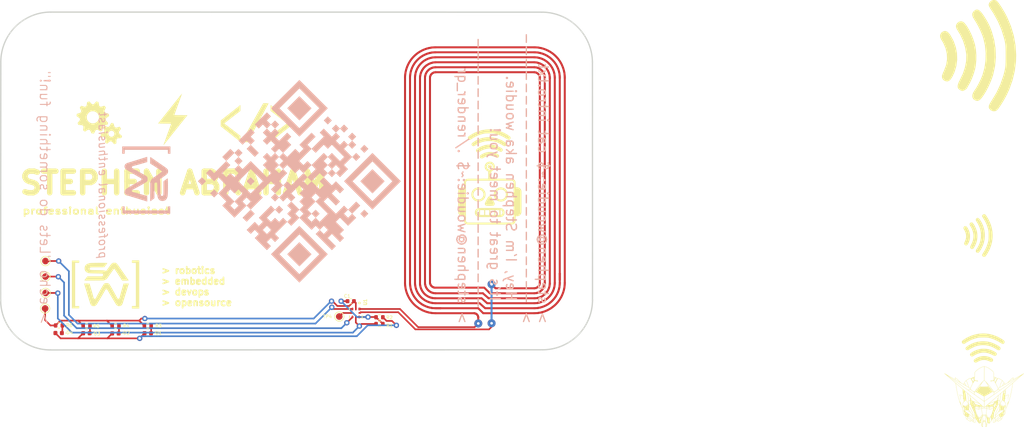
<source format=kicad_pcb>
(kicad_pcb (version 20211014) (generator pcbnew)
  (layers (0 "F.Cu" signal) (31 "B.Cu" signal) (34 "B.Paste" user) (35 "F.Paste" user) (36 "B.SilkS" user "B.Silkscreen") (37 "F.SilkS" user "F.Silkscreen") (38 "B.Mask" user) (39 "F.Mask" user) (44 "Edge.Cuts" user))
  (net 0 "")
  (net 1 "Net-(C1-Pad1)")
  (net 2 "GND")
  (net 3 "Net-(D1-Pad1)")
  (net 4 "Net-(D1-Pad2)")
  (net 5 "Net-(D2-Pad1)")
  (net 6 "Net-(D3-Pad1)")
  (net 7 "Net-(D4-Pad1)")
  (net 8 "VCC")
  (net 9 "Net-(TP1-Pad1)")
  (net 10 "Net-(TP2-Pad1)")
  (net 11 "Net-(TP4-Pad1)")
  (net 12 "Net-(U1-Pad1)")
  (footprint "Resistor_SMD:R_0402_1005Metric" (layer "F.Cu") (at 120.2519 128.2192)
    (fp_text reference "R3")
    (fp_text value "220E")
  )
  (footprint "LOGO" (layer "F.Cu") (at 113.895503 122)
    (fp_text reference "G***" hide)
    (fp_text value "LOGO" hide)
  )
  (footprint "RF:IC_NT3H1101W0FHKH" (layer "F.Cu") (at 151.51 126.2925 -90)
    (fp_text reference "U1")
    (fp_text value "NT3H1101W0FHKH")
  )
  (footprint "TestPoint:TestPoint_Pad_D1.0mm" (layer "F.Cu") (at 104.882 120.815)
    (fp_text reference "TP2")
    (fp_text value "TestPoint")
  )
  (footprint "TestPoint:TestPoint_Pad_D1.0mm" (layer "F.Cu") (at 104.8312 125.6156)
    (fp_text reference "TP5")
    (fp_text value "TestPoint")
  )
  (footprint "LED_SMD:LED_0402_1005Metric" (layer "F.Cu") (at 115.3886 129.3622 180)
    (fp_text reference "D2")
    (fp_text value "LED")
  )
  (footprint "Capacitor_SMD:C_0402_1005Metric" (layer "F.Cu") (at 150.748 124.5145)
    (fp_text reference "C1")
    (fp_text value "220n")
  )
  (footprint "LOGO" (layer "F.Cu") (at 245.01 114.64)
    (fp_text reference "G***" hide)
    (fp_text value "LOGO" hide)
  )
  (footprint "LOGO" (layer "F.Cu") (at 245.92 138.89)
    (fp_text reference "G***" hide)
    (fp_text value "LOGO" hide)
  )
  (footprint "Resistor_SMD:R_0402_1005Metric" (layer "F.Cu") (at 155.062 127.9455)
    (fp_text reference "R1")
    (fp_text value "0E")
  )
  (footprint "LOGO" (layer "F.Cu") (at 171.64 108.26)
    (fp_text reference "G***" hide)
    (fp_text value "LOGO" hide)
  )
  (footprint "LED_SMD:LED_0402_1005Metric" (layer "F.Cu") (at 120.2563 129.3368 180)
    (fp_text reference "D1")
    (fp_text value "LED")
  )
  (footprint "Resistor_SMD:R_0402_1005Metric" (layer "F.Cu") (at 111.0583 128.2192)
    (fp_text reference "R5")
    (fp_text value "220E")
  )
  (footprint "TestPoint:TestPoint_Pad_D1.0mm" (layer "F.Cu") (at 104.882 118.4782)
    (fp_text reference "TP1")
    (fp_text value "TestPoint")
  )
  (footprint "LOGO" (layer "F.Cu") (at 112.95013 97.679104)
    (fp_text reference "G***" hide)
    (fp_text value "LOGO" hide)
  )
  (footprint "LED_SMD:LED_0402_1005Metric" (layer "F.Cu") (at 106.8629 129.3114 180)
    (fp_text reference "D4")
    (fp_text value "LED")
  )
  (footprint "TestPoint:TestPoint_Pad_D1.0mm" (layer "F.Cu") (at 149.0208 126.8259)
    (fp_text reference "TP4")
    (fp_text value "TestPoint")
  )
  (footprint "LOGO" (layer "F.Cu") (at 136.44513 97.552104)
    (fp_text reference "G***" hide)
    (fp_text value "LOGO" hide)
  )
  (footprint "LOGO" (layer "F.Cu") (at 245.77 131.55 90)
    (fp_text reference "G***" hide)
    (fp_text value "LOGO" hide)
  )
  (footprint "Resistor_SMD:R_0402_1005Metric" (layer "F.Cu") (at 106.9113 128.1684)
    (fp_text reference "R6")
    (fp_text value "220E")
  )
  (footprint "TestPoint:TestPoint_Pad_D1.0mm" (layer "F.Cu") (at 104.9074 123.2788)
    (fp_text reference "TP3")
    (fp_text value "TestPoint")
  )
  (footprint "Resistor_SMD:R_0402_1005Metric" (layer "F.Cu") (at 115.414 128.2446)
    (fp_text reference "R4")
    (fp_text value "220E")
  )
  (footprint "LOGO" (layer "F.Cu") (at 171.55 100.85 90)
    (fp_text reference "G***" hide)
    (fp_text value "LOGO" hide)
  )
  (footprint "LED_SMD:LED_0402_1005Metric" (layer "F.Cu") (at 111.0329 129.3368 180)
    (fp_text reference "D3")
    (fp_text value "LED")
  )
  (footprint "LOGO" (layer "F.Cu") (at 245.04 87.58)
    (fp_text reference "G***" hide)
    (fp_text value "LOGO" hide)
  )
  (footprint "LOGO" (layer "F.Cu") (at 123.99913 97.171104)
    (fp_text reference "G***" hide)
    (fp_text value "LOGO" hide)
  )
  (footprint "Resistor_SMD:R_0402_1005Metric" (layer "F.Cu") (at 155.062 126.9295)
    (fp_text reference "R2")
    (fp_text value "0E")
  )
  (footprint "LOGO" (layer "B.Cu") (at 120.03 106.314498 90)
    (fp_text reference "G***" hide)
    (fp_text value "LOGO" hide)
  )
  (footprint "LOGO" (layer "B.Cu") (at 143.03 106.48 135)
    (fp_text reference "G***" hide)
    (fp_text value "LOGO" hide)
  )
  (gr_arc (start 98.175902 88.523902) (mid 100.370551 83.225551) (end 105.668902 81.030902) (layer "Edge.Cuts") (width 0.2))
  (gr_line (start 98.175902 88.523902) (end 98.150502 124.3584) (layer "Edge.Cuts") (width 0.2))
  (gr_line (start 179.440751 81.041151) (end 105.668902 81.030902) (layer "Edge.Cuts") (width 0.2))
  (gr_line (start 187.060751 88.534151) (end 187.071 124.333) (layer "Edge.Cuts") (width 0.2))
  (gr_arc (start 105.643502 131.8514) (mid 100.345151 129.656751) (end 98.150502 124.3584) (layer "Edge.Cuts") (width 0.2))
  (gr_line (start 105.643502 131.8514) (end 179.578 131.826) (layer "Edge.Cuts") (width 0.2))
  (gr_arc (start 179.440751 81.041151) (mid 184.783485 83.228939) (end 187.060751 88.534151) (layer "Edge.Cuts") (width 0.2))
  (gr_arc (start 187.071 124.333) (mid 184.876351 129.631351) (end 179.578 131.826) (layer "Edge.Cuts") (width 0.2))
  (gr_text "> echo {dblquote}Lets do something fun!{dblquote}" (at 104.79 128.16 270) (layer "B.SilkS") (effects (font (size 1.5 1.5)) (justify left mirror)))
  (gr_text "professional enthusiast" (at 113.51 118.29 270) (layer "B.SilkS") (effects (font (size 1.25 1.25) (thickness 0.15) italic) (justify left mirror)))
  (gr_text "> stephen@woudie:~$ cat intro.txt\n> ----------------------\n   Hey, I'm Stephen aka woudie.\n   It's great to meet you!\n  ----------------------\n> stephen@woudie:~$ ./render_qr" (at 173.62 128.07 270) (layer "B.SilkS") (effects (font (size 1.5 1.5) (thickness 0.2)) (justify left mirror)))
  (gr_text "professional enthusiast" (at 101.285 110.941) (layer "F.SilkS") (effects (font (size 1 1.25) (thickness 0.25)) (justify left)))
  (gr_text "> robotics\n> embedded\n> devops\n> opensource" (at 122.174 122.301) (layer "F.SilkS") (effects (font (size 1 1) (thickness 0.25)) (justify left)))
  (gr_text "STEPHEN ABRAHAM" (at 100.65 106.75) (layer "F.SilkS") (effects (font (size 3.25 3.25) (thickness 0.8125)) (justify left)))
  (segment (start 154.5246 126.9021) (end 154.552 126.9295) (width 0.25) (layer "F.Cu") (net 1))
  (segment (start 154.552 126.9295) (end 154.556 126.9295) (width 0.25) (layer "F.Cu") (net 1))
  (segment (start 152.01 126.8925) (end 153.3292 126.8925) (width 0.25) (layer "F.Cu") (net 1))
  (segment (start 153.3292 126.8925) (end 153.3388 126.9021) (width 0.25) (layer "F.Cu") (net 1))
  (segment (start 149.3002 124.5145) (end 150.268 124.5145) (width 0.25) (layer "F.Cu") (net 1))
  (segment (start 153.3388 126.9021) (end 154.5246 126.9021) (width 0.25) (layer "F.Cu") (net 1))
  (segment (start 154.556 126.9295) (end 155.572 127.9455) (width 0.25) (layer "F.Cu") (net 1))
  (via (at 153.3388 126.9021) (size 0.8) (drill 0.4) (layers "F.Cu" "B.Cu") (net 1))
  (via (at 149.3002 124.5145) (size 0.8) (drill 0.4) (layers "F.Cu" "B.Cu") (net 1))
  (segment (start 149.3002 124.5145) (end 151.6878 126.9021) (width 0.25) (layer "B.Cu") (net 1))
  (segment (start 151.6878 126.9021) (end 153.3388 126.9021) (width 0.25) (layer "B.Cu") (net 1))
  (segment (start 151.51 124.7685) (end 151.51 125.6925) (width 0.25) (layer "F.Cu") (net 2))
  (segment (start 104.8312 125.6156) (end 104.8312 127.3612) (width 0.25) (layer "F.Cu") (net 2))
  (segment (start 118.9661 127.4434) (end 119.7419 128.2192) (width 0.25) (layer "F.Cu") (net 2))
  (segment (start 107.1263 127.4434) (end 109.7926 127.4434) (width 0.25) (layer "F.Cu") (net 2))
  (segment (start 106.4013 128.1684) (end 107.1263 127.4434) (width 0.25) (layer "F.Cu") (net 2))
  (segment (start 151.228 124.5145) (end 151.256 124.5145) (width 0.25) (layer "F.Cu") (net 2))
  (segment (start 110.5483 128.1991) (end 109.7926 127.4434) (width 0.25) (layer "F.Cu") (net 2))
  (segment (start 151.228 124.522109) (end 151.228 124.5145) (width 0.25) (layer "F.Cu") (net 2))
  (segment (start 147.862 124.5145) (end 148.014105 124.5145) (width 0.25) (layer "F.Cu") (net 2))
  (segment (start 110.5483 128.2192) (end 110.5483 128.1991) (width 0.25) (layer "F.Cu") (net 2))
  (segment (start 114.904 128.2368) (end 114.1106 127.4434) (width 0.25) (layer "F.Cu") (net 2))
  (segment (start 119.2784 127.127) (end 119.8118 127.127) (width 0.25) (layer "F.Cu") (net 2))
  (segment (start 104.8312 127.3612) (end 105.6384 128.1684) (width 0.25) (layer "F.Cu") (net 2))
  (segment (start 109.7926 127.4434) (end 114.1106 127.4434) (width 0.25) (layer "F.Cu") (net 2))
  (segment (start 151.256 124.5145) (end 151.51 124.7685) (width 0.25) (layer "F.Cu") (net 2))
  (segment (start 105.6384 128.1684) (end 106.4013 128.1684) (width 0.25) (layer "F.Cu") (net 2))
  (segment (start 148.742105 125.2425) (end 150.507609 125.2425) (width 0.25) (layer "F.Cu") (net 2))
  (segment (start 118.9661 127.4434) (end 118.9661 127.4393) (width 0.25) (layer "F.Cu") (net 2))
  (segment (start 150.507609 125.2425) (end 151.228 124.522109) (width 0.25) (layer "F.Cu") (net 2))
  (segment (start 118.9661 127.4393) (end 119.2784 127.127) (width 0.25) (layer "F.Cu") (net 2))
  (segment (start 148.014105 124.5145) (end 148.742105 125.2425) (width 0.25) (layer "F.Cu") (net 2))
  (segment (start 114.904 128.2446) (end 114.904 128.2368) (width 0.25) (layer "F.Cu") (net 2))
  (segment (start 114.1106 127.4434) (end 118.9661 127.4434) (width 0.25) (layer "F.Cu") (net 2))
  (via (at 147.862 124.5145) (size 0.8) (drill 0.4) (layers "F.Cu" "B.Cu") (net 2))
  (via (at 119.8118 127.127) (size 0.8) (drill 0.4) (layers "F.Cu" "B.Cu") (net 2))
  (segment (start 147.792295 124.5145) (end 147.862 124.5145) (width 0.25) (layer "B.Cu") (net 2))
  (segment (start 119.8118 127.127) (end 145.179795 127.127) (width 0.25) (layer "B.Cu") (net 2))
  (segment (start 145.179795 127.127) (end 147.792295 124.5145) (width 0.25) (layer "B.Cu") (net 2))
  (segment (start 120.7619 128.2192) (end 120.7619 129.3162) (width 0.25) (layer "F.Cu") (net 3))
  (segment (start 120.7619 129.3162) (end 120.7413 129.3368) (width 0.25) (layer "F.Cu") (net 3))
  (segment (start 119.036031 130.1121) (end 119.036031 130.072069) (width 0.25) (layer "F.Cu") (net 4))
  (segment (start 119.035531 130.1126) (end 114.1592 130.1126) (width 0.25) (layer "F.Cu") (net 4))
  (segment (start 110.5479 129.3368) (end 110.543 129.3368) (width 0.25) (layer "F.Cu") (net 4))
  (segment (start 107.160884 130.1126) (end 109.7672 130.1126) (width 0.25) (layer "F.Cu") (net 4))
  (segment (start 114.1592 130.1126) (end 109.7672 130.1126) (width 0.25) (layer "F.Cu") (net 4))
  (segment (start 156.9436 127.4883) (end 157.604 128.1487) (width 0.25) (layer "F.Cu") (net 4))
  (segment (start 119.036031 130.1121) (end 119.035531 130.1126) (width 0.25) (layer "F.Cu") (net 4))
  (segment (start 106.3779 129.329616) (end 107.160884 130.1126) (width 0.25) (layer "F.Cu") (net 4))
  (segment (start 119.036031 130.072069) (end 119.7713 129.3368) (width 0.25) (layer "F.Cu") (net 4))
  (segment (start 110.543 129.3368) (end 109.7672 130.1126) (width 0.25) (layer "F.Cu") (net 4))
  (segment (start 156.1308 127.4883) (end 156.9436 127.4883) (width 0.25) (layer "F.Cu") (net 4))
  (segment (start 114.9036 129.3622) (end 114.9036 129.3682) (width 0.25) (layer "F.Cu") (net 4))
  (segment (start 114.9036 129.3682) (end 114.1592 130.1126) (width 0.25) (layer "F.Cu") (net 4))
  (segment (start 106.3779 129.3114) (end 106.3779 129.329616) (width 0.25) (layer "F.Cu") (net 4))
  (segment (start 155.572 126.9295) (end 156.1308 127.4883) (width 0.25) (layer "F.Cu") (net 4))
  (via (at 119.036031 130.1121) (size 0.8) (drill 0.4) (layers "F.Cu" "B.Cu") (net 4))
  (via (at 157.604 128.1487) (size 0.8) (drill 0.4) (layers "F.Cu" "B.Cu") (net 4))
  (segment (start 153.295305 128.1487) (end 151.654005 129.79) (width 0.25) (layer "B.Cu") (net 4))
  (segment (start 151.654005 129.79) (end 151.52 129.79) (width 0.25) (layer "B.Cu") (net 4))
  (segment (start 151.52 129.79) (end 119.358131 129.79) (width 0.25) (layer "B.Cu") (net 4))
  (segment (start 119.358131 129.79) (end 119.036031 130.1121) (width 0.25) (layer "B.Cu") (net 4))
  (segment (start 157.604 128.1487) (end 153.295305 128.1487) (width 0.25) (layer "B.Cu") (net 4))
  (segment (start 115.924 129.3118) (end 115.8736 129.3622) (width 0.25) (layer "F.Cu") (net 5))
  (segment (start 115.924 128.2446) (end 115.924 129.3118) (width 0.25) (layer "F.Cu") (net 5))
  (segment (start 111.5683 129.2864) (end 111.5179 129.3368) (width 0.25) (layer "F.Cu") (net 6))
  (segment (start 111.5683 128.2192) (end 111.5683 129.2864) (width 0.25) (layer "F.Cu") (net 6))
  (segment (start 107.4213 129.238) (end 107.3479 129.3114) (width 0.25) (layer "F.Cu") (net 7))
  (segment (start 107.4213 128.1684) (end 107.4213 129.238) (width 0.25) (layer "F.Cu") (net 7))
  (segment (start 104.9074 123.2788) (end 106.7108 123.2788) (width 0.25) (layer "F.Cu") (net 8))
  (segment (start 152.048 128.2617) (end 152.3642 127.9455) (width 0.25) (layer "F.Cu") (net 8))
  (segment (start 151.51 126.8925) (end 151.51 127.7237) (width 0.25) (layer "F.Cu") (net 8))
  (segment (start 152.3642 127.9455) (end 154.552 127.9455) (width 0.25) (layer "F.Cu") (net 8))
  (segment (start 151.51 127.7237) (end 152.048 128.2617) (width 0.25) (layer "F.Cu") (net 8))
  (segment (start 106.7108 123.2788) (end 106.7362 123.3042) (width 0.25) (layer "F.Cu") (net 8))
  (via (at 152.048 128.2617) (size 0.8) (drill 0.4) (layers "F.Cu" "B.Cu") (net 8))
  (via (at 106.7362 123.3042) (size 0.8) (drill 0.4) (layers "F.Cu" "B.Cu") (net 8))
  (segment (start 106.7362 127.1162) (end 106.7362 123.3042) (width 0.25) (layer "B.Cu") (net 8))
  (segment (start 108.8629 129.2429) (end 151.0668 129.2429) (width 0.25) (layer "B.Cu") (net 8))
  (segment (start 108.8629 129.2429) (end 106.7362 127.1162) (width 0.25) (layer "B.Cu") (net 8))
  (segment (start 151.0668 129.2429) (end 152.048 128.2617) (width 0.25) (layer "B.Cu") (net 8))
  (segment (start 147.9032 125.4289) (end 148.1668 125.6925) (width 0.25) (layer "F.Cu") (net 9))
  (segment (start 148.1668 125.6925) (end 151.01 125.6925) (width 0.25) (layer "F.Cu") (net 9))
  (segment (start 104.882 118.4782) (end 106.8632 118.4782) (width 0.25) (layer "F.Cu") (net 9))
  (via (at 106.8632 118.4782) (size 0.8) (drill 0.4) (layers "F.Cu" "B.Cu") (net 9))
  (via (at 147.9032 125.4289) (size 0.8) (drill 0.4) (layers "F.Cu" "B.Cu") (net 9))
  (segment (start 145.4521 127.88) (end 147.9032 125.4289) (width 0.25) (layer "B.Cu") (net 9))
  (segment (start 109.7 127.88) (end 145.4521 127.88) (width 0.25) (layer "B.Cu") (net 9))
  (segment (start 147.9032 125.7265) (end 147.9032 125.4289) (width 0.25) (layer "B.Cu") (net 9))
  (segment (start 106.8632 118.4782) (end 108.4 120.015) (width 0.25) (layer "B.Cu") (net 9))
  (segment (start 108.4 126.58) (end 109.7 127.88) (width 0.25) (layer "B.Cu") (net 9))
  (segment (start 108.4 120.015) (end 108.4 126.58) (width 0.25) (layer "B.Cu") (net 9))
  (segment (start 106.787 120.815) (end 106.8124 120.8404) (width 0.25) (layer "F.Cu") (net 10))
  (segment (start 151.01 126.9097) (end 150.158 127.7617) (width 0.25) (layer "F.Cu") (net 10))
  (segment (start 151.01 126.8925) (end 151.01 126.9097) (width 0.25) (layer "F.Cu") (net 10))
  (segment (start 104.882 120.815) (end 106.787 120.815) (width 0.25) (layer "F.Cu") (net 10))
  (segment (start 150.978 126.9245) (end 151.01 126.8925) (width 0.25) (layer "F.Cu") (net 10))
  (via (at 106.8124 120.8404) (size 0.8) (drill 0.4) (layers "F.Cu" "B.Cu") (net 10))
  (via (at 150.158 127.7617) (size 0.8) (drill 0.4) (layers "F.Cu" "B.Cu") (net 10))
  (segment (start 107.676 126.686) (end 107.676 121.704) (width 0.25) (layer "B.Cu") (net 10))
  (segment (start 149.3396 128.5801) (end 150.158 127.7617) (width 0.25) (layer "B.Cu") (net 10))
  (segment (start 107.676 121.704) (end 106.8124 120.8404) (width 0.25) (layer "B.Cu") (net 10))
  (segment (start 109.5701 128.5801) (end 149.3396 128.5801) (width 0.25) (layer "B.Cu") (net 10))
  (segment (start 109.5701 128.5801) (end 107.676 126.686) (width 0.25) (layer "B.Cu") (net 10))
  (segment (start 149.5542 126.2925) (end 149.0208 126.8259) (width 0.25) (layer "F.Cu") (net 11))
  (segment (start 150.91 126.2925) (end 149.5542 126.2925) (width 0.25) (layer "F.Cu") (net 11))
  (segment (start 157.8771 126.1771) (end 160.46 128.76) (width 0.25) (layer "F.Cu") (net 12))
  (segment (start 180.17363 125.09754) (end 180.00091 125.18644) (width 0.29972) (layer "F.Cu") (net 12))
  (segment (start 179.82565 90.43416) (end 179.86121 90.55608) (width 0.29972) (layer "F.Cu") (net 12))
  (segment (start 161.56813 123.1011) (end 161.65703 123.22048) (width 0.29972) (layer "F.Cu") (net 12))
  (segment (start 180.34127 124.99848) (end 180.17363 125.09754) (width 0.29972) (layer "F.Cu") (net 12))
  (segment (start 182.90413 121.7295) (end 182.90413 90.92946) (width 0.29972) (layer "F.Cu") (net 12))
  (segment (start 160.17367 124.9045) (end 160.02635 124.74194) (width 0.29972) (layer "F.Cu") (net 12))
  (segment (start 179.38877 126.1999) (end 179.17541 126.24562) (width 0.29972) (layer "F.Cu") (net 12))
  (segment (start 179.93233 89.26576) (end 180.03647 89.37498) (width 0.29972) (layer "F.Cu") (net 12))
  (segment (start 160.87979 89.281) (end 160.97631 89.13622) (width 0.29972) (layer "F.Cu") (net 12))
  (segment (start 179.43449 89.79916) (end 179.52085 89.8906) (width 0.29972) (layer "F.Cu") (net 12))
  (segment (start 161.50209 89.73566) (end 161.42843 89.86774) (width 0.29972) (layer "F.Cu") (net 12))
  (segment (start 161.01695 125.60046) (end 160.83661 125.476) (width 0.29972) (layer "F.Cu") (net 12))
  (segment (start 182.14975 121.92508) (end 182.13451 122.11812) (width 0.29972) (layer "F.Cu") (net 12))
  (segment (start 159.69615 122.3137) (end 159.67329 122.11812) (width 0.29972) (layer "F.Cu") (net 12))
  (segment (start 161.63417 125.09754) (end 161.46653 124.99848) (width 0.29972) (layer "F.Cu") (net 12))
  (segment (start 161.24301 122.42292) (end 161.29127 122.5677) (width 0.29972) (layer "F.Cu") (net 12))
  (segment (start 159.73171 90.15476) (end 159.77489 89.96426) (width 0.29972) (layer "F.Cu") (net 12))
  (segment (start 182.65013 123.23318) (end 182.57393 123.43892) (width 0.29972) (layer "F.Cu") (net 12))
  (segment (start 162.53841 87.20074) (end 162.72891 87.15756) (width 0.29972) (layer "F.Cu") (net 12))
  (segment (start 162.67049 90.75166) (end 162.69335 90.6653) (width 0.29972) (layer "F.Cu") (net 12))
  (segment (start 180.00091 125.18644) (end 179.82311 125.26772) (width 0.29972) (layer "F.Cu") (net 12))
  (segment (start 161.71037 124.2568) (end 161.57067 124.15266) (width 0.29972) (layer "F.Cu") (net 12))
  (segment (start 178.45405 124.079) (end 178.60391 124.06884) (width 0.29972) (layer "F.Cu") (net 12))
  (segment (start 160.04667 89.23274) (end 160.13557 89.06002) (width 0.29972) (layer "F.Cu") (net 12))
  (segment (start 180.64099 90.7288) (end 180.65115 90.87866) (width 0.29972) (layer "F.Cu") (net 12))
  (segment (start 163.13023 89.37244) (end 163.00831 89.408) (width 0.29972) (layer "F.Cu") (net 12))
  (segment (start 162.61969 123.92406) (end 162.75939 123.97486) (width 0.29972) (layer "F.Cu") (net 12))
  (segment (start 179.86121 90.55608) (end 179.88407 90.678) (width 0.29972) (layer "F.Cu") (net 12))
  (segment (start 162.72637 90.58402) (end 162.76701 90.50528) (width 0.29972) (layer "F.Cu") (net 12))
  (segment (start 163.00831 89.408) (end 162.89147 89.45118) (width 0.29972) (layer "F.Cu") (net 12))
  (segment (start 160.13557 123.59894) (end 160.04667 123.42622) (width 0.29972) (layer "F.Cu") (net 12))
  (segment (start 180.64607 121.98096) (end 180.65369 121.8311) (width 0.29972) (layer "F.Cu") (net 12))
  (segment (start 159.41421 88.82126) (end 159.32023 89.01938) (width 0.29972) (layer "F.Cu") (net 12))
  (segment (start 181.16677 122.91568) (end 181.23027 122.75312) (width 0.29972) (layer "F.Cu") (net 12))
  (segment (start 180.66131 124.77496) (end 180.50383 124.88926) (width 0.29972) (layer "F.Cu") (net 12))
  (segment (start 178.47691 87.83574) (end 178.30419 87.83066) (width 0.29972) (layer "F.Cu") (net 12))
  (segment (start 158.94939 90.27414) (end 158.92399 90.49258) (width 0.29972) (layer "F.Cu") (net 12))
  (segment (start 162.98545 87.87384) (end 163.15563 87.85098) (width 0.29972) (layer "F.Cu") (net 12))
  (segment (start 163.50361 89.32926) (end 178.30419 89.32926) (width 0.29972) (layer "F.Cu") (net 12))
  (segment (start 180.23713 123.1011) (end 180.32095 122.9741) (width 0.29972) (layer "F.Cu") (net 12))
  (segment (start 161.99993 86.58352) (end 161.79419 86.65972) (width 0.29972) (layer "F.Cu") (net 12))
  (segment (start 161.90849 121.85396) (end 161.92373 121.98096) (width 0.29972) (layer "F.Cu") (net 12))
  (segment (start 158.98749 122.60072) (end 158.94939 122.38482) (width 0.29972) (layer "F.Cu") (net 12))
  (segment (start 169.55643 126.4031) (end 169.62247 126.44374) (width 0.29972) (layer "F.Cu") (net 12))
  (segment (start 180.56225 122.42292) (end 180.60035 122.27814) (width 0.29972) (layer "F.Cu") (net 12))
  (segment (start 182.77459 89.84488) (end 182.82031 90.05824) (width 0.29972) (layer "F.Cu") (net 12))
  (segment (start 172.50283 122.57786) (end 171.90339 121.97842) (width 0.29972) (layer "F.Cu") (net 12))
  (segment (start 160.46 128.76) (end 171.52 128.76) (width 0.25) (layer "F.Cu") (net 12))
  (segment (start 163.30803 87.0839) (end 163.50361 87.07882) (width 0.29972) (layer "F.Cu") (net 12))
  (segment (start 178.72837 90.19286) (end 178.64963 90.15222) (width 0.29972) (layer "F.Cu") (net 12))
  (segment (start 160.40227 90.92946) (end 160.40227 121.7295) (width 0.29972) (layer "F.Cu") (net 12))
  (segment (start 169.90187 125.58014) (end 164.25291 125.58014) (width 0.29972) (layer "F.Cu") (net 12))
  (segment (start 160.97631 89.13622) (end 161.08045 88.99652) (width 0.29972) (layer "F.Cu") (net 12))
  (segment (start 179.13985 123.09348) (end 179.03063 123.15444) (width 0.29972) (layer "F.Cu") (net 12))
  (segment (start 160.64103 89.74328) (end 160.71215 89.5858) (width 0.29972) (layer "F.Cu") (net 12))
  (segment (start 163.05403 124.04598) (end 163.20135 124.06884) (width 0.29972) (layer "F.Cu") (net 12))
  (segment (start 178.30419 125.58014) (end 170.95343 125.58014) (width 0.29972) (layer "F.Cu") (net 12))
  (segment (start 179.58943 123.72086) (end 179.71389 123.63704) (width 0.29972) (layer "F.Cu") (net 12))
  (segment (start 158.90875 90.71102) (end 158.90367 90.92946) (width 0.29972) (layer "F.Cu") (net 12))
  (segment (start 163.07689 90.19286) (end 163.15817 90.15222) (width 0.29972) (layer "F.Cu") (net 12))
  (segment (start 179.13985 89.56548) (end 179.24399 89.63406) (width 0.29972) (layer "F.Cu") (net 12))
  (segment (start 179.90439 121.7295) (end 179.89931 121.85396) (width 0.29972) (layer "F.Cu") (net 12))
  (segment (start 162.53841 125.45822) (end 162.35045 125.40234) (width 0.29972) (layer "F.Cu") (net 12))
  (segment (start 163.23945 90.1192) (end 163.32581 90.09634) (width 0.29972) (layer "F.Cu") (net 12))
  (segment (start 163.50361 124.8283) (end 163.33089 124.82322) (width 0.29972) (layer "F.Cu") (net 12))
  (segment (start 180.65115 90.87866) (end 180.65369 91.03106) (width 0.29972) (layer "F.Cu") (net 12))
  (segment (start 181.35981 90.4113) (end 181.32425 90.24112) (width 0.29972) (layer "F.Cu") (net 12))
  (segment (start 170.40225 124.079) (end 171.25315 124.8283) (width 0.29972) (layer "F.Cu") (net 12))
  (segment (start 180.83149 123.52274) (end 180.92801 123.37796) (width 0.29972) (layer "F.Cu") (net 12))
  (segment (start 178.87315 90.297) (end 178.80457 90.24112) (width 0.29972) (layer "F.Cu") (net 12))
  (segment (start 159.08909 123.0249) (end 159.03321 122.81408) (width 0.29972) (layer "F.Cu") (net 12))
  (segment (start 180.36921 88.61806) (end 180.23713 88.5063) (width 0.29972) (layer "F.Cu") (net 12))
  (segment (start 161.29127 122.5677) (end 161.34715 122.7074) (width 0.29972) (layer "F.Cu") (net 12))
  (segment (start 162.91941 125.53696) (end 162.72891 125.5014) (width 0.29972) (layer "F.Cu") (net 12))
  (segment (start 160.42513 122.07748) (end 160.40989 121.90222) (width 0.29972) (layer "F.Cu") (net 12))
  (segment (start 158.92399 90.49258) (end 158.90875 90.71102) (width 0.29972) (layer "F.Cu") (net 12))
  (segment (start 161.25571 90.28684) (end 161.21761 90.43162) (width 0.29972) (layer "F.Cu") (net 12))
  (segment (start 163.20389 88.60536) (end 163.05657 88.6333) (width 0.29972) (layer "F.Cu") (net 12))
  (segment (start 161.85515 124.35332) (end 161.71037 124.2568) (width 0.29972) (layer "F.Cu") (net 12))
  (segment (start 160.52673 122.58802) (end 160.48355 122.41784) (width 0.29972) (layer "F.Cu") (net 12))
  (segment (start 180.01361 86.65972) (end 180.21427 86.74608) (width 0.29972) (layer "F.Cu") (net 12))
  (segment (start 180.44541 90.0049) (end 180.50383 90.14206) (width 0.29972) (layer "F.Cu") (net 12))
  (segment (start 169.74185 126.54788) (end 169.79011 126.61138) (width 0.29972) (layer "F.Cu") (net 12))
  (segment (start 179.59959 126.14402) (end 179.38877 126.1999) (width 0.29972) (layer "F.Cu") (net 12))
  (segment (start 162.62477 88.76792) (end 162.48761 88.83142) (width 0.29972) (layer "F.Cu") (net 12))
  (segment (start 159.96539 123.24842) (end 159.89173 123.06808) (width 0.29972) (layer "F.Cu") (net 12))
  (segment (start 180.95595 124.52096) (end 180.81117 124.6505) (width 0.29972) (layer "F.Cu") (net 12))
  (segment (start 163.06673 86.34984) (end 162.84829 86.37524) (width 0.29972) (layer "F.Cu") (net 12))
  (segment (start 163.41979 122.48134) (end 163.50361 122.4788) (width 0.29972) (layer "F.Cu") (net 12))
  (segment (start 162.31743 124.59208) (end 162.15995 124.52096) (width 0.29972) (layer "F.Cu") (net 12))
  (segment (start 162.89147 89.45118) (end 162.77717 89.50452) (width 0.29972) (layer "F.Cu") (net 12))
  (segment (start 171.65193 123.3297) (end 178.30419 123.3297) (width 0.29972) (layer "F.Cu") (net 12))
  (segment (start 178.93665 122.29846) (end 178.99253 122.22988) (width 0.29972) (layer "F.Cu") (net 12))
  (segment (start 160.57753 89.90584) (end 160.64103 89.74328) (width 0.29972) (layer "F.Cu") (net 12))
  (segment (start 181.01691 89.43086) (end 180.92801 89.281) (width 0.29972) (layer "F.Cu") (net 12))
  (segment (start 161.87547 89.26576) (end 161.77133 89.37498) (width 0.29972) (layer "F.Cu") (net 12))
  (segment (start 182.88381 90.49258) (end 182.89905 90.71102) (width 0.29972) (layer "F.Cu") (net 12))
  (segment (start 182.17515 124.21616) (end 182.05069 124.3965) (width 0.29972) (layer "F.Cu") (net 12))
  (segment (start 160.40989 121.90222) (end 160.40481 121.7295) (width 0.29972) (layer "F.Cu") (net 12))
  (segment (start 170.80357 122.4788) (end 171.65193 123.3297) (width 0.29972) (layer "F.Cu") (net 12))
  (segment (start 179.32781 124.65558) (end 179.49037 124.59208) (width 0.29972) (layer "F.Cu") (net 12))
  (segment (start 178.60391 124.06884) (end 178.75123 124.04598) (width 0.29972) (layer "F.Cu") (net 12))
  (segment (start 162.95497 122.30862) (end 163.02355 122.35688) (width 0.29972) (layer "F.Cu") (net 12))
  (segment (start 161.31159 88.73744) (end 161.43859 88.61806) (width 0.29972) (layer "F.Cu") (net 12))
  (segment (start 178.30419 90.07856) (end 163.50361 90.07856) (width 0.29972) (layer "F.Cu") (net 12))
  (segment (start 163.37915 123.32462) (end 163.50361 123.3297) (width 0.29972) (layer "F.Cu") (net 12))
  (segment (start 178.52263 126.32436) (end 178.30419 126.32944) (width 0.29972) (layer "F.Cu") (net 12))
  (segment (start 178.95951 126.28372) (end 178.74107 126.30912) (width 0.29972) (layer "F.Cu") (net 12))
  (segment (start 163.00323 90.24112) (end 163.07689 90.19286) (width 0.29972) (layer "F.Cu") (net 12))
  (segment (start 179.80279 124.44222) (end 179.95265 124.35332) (width 0.29972) (layer "F.Cu") (net 12))
  (segment (start 161.14649 124.77496) (end 160.99663 124.6505) (width 0.29972) (layer "F.Cu") (net 12))
  (segment (start 161.57067 124.15266) (end 161.43859 124.0409) (width 0.29972) (layer "F.Cu") (net 12))
  (segment (start 160.85185 124.52096) (end 160.71215 124.38126) (width 0.29972) (layer "F.Cu") (net 12))
  (segment (start 163.50361 89.32926) (end 163.37915 89.33434) (width 0.29972) (layer "F.Cu") (net 12))
  (segment (start 181.67223 123.59894) (end 181.57317 123.76658) (width 0.29972) (layer "F.Cu") (net 12))
  (segment (start 159.23387 123.43892) (end 159.15767 123.23318) (width 0.29972) (layer "F.Cu") (net 12))
  (segment (start 162.69335 90.6653) (end 162.72637 90.58402) (width 0.29972) (layer "F.Cu") (net 12))
  (segment (start 178.30419 87.07882) (end 163.50361 87.07882) (width 0.29972) (layer "F.Cu") (net 12))
  (segment (start 181.47919 125.05944) (end 181.31663 125.20676) (width 0.29972) (layer "F.Cu") (net 12))
  (segment (start 180.45811 122.7074) (end 180.51399 122.5677) (width 0.29972) (layer "F.Cu") (net 12))
  (segment (start 161.92373 121.98096) (end 161.94659 122.10288) (width 0.29972) (layer "F.Cu") (net 12))
  (segment (start 160.02635 124.74194) (end 159.88665 124.57176) (width 0.29972) (layer "F.Cu") (net 12))
  (segment (start 163.50361 122.4788) (end 170.80357 122.4788) (width 0.29972) (layer "F.Cu") (net 12))
  (segment (start 161.46653 124.99848) (end 161.30397 124.88926) (width 0.29972) (layer "F.Cu") (net 12))
  (segment (start 181.97703 122.88266) (end 181.91607 123.06808) (width 0.29972) (layer "F.Cu") (net 12))
  (segment (start 159.65297 90.92946) (end 159.65805 90.73388) (width 0.29972) (layer "F.Cu") (net 12))
  (segment (start 181.97703 89.7763) (end 181.91607 89.59088) (width 0.29972) (layer "F.Cu") (net 12))
  (segment (start 161.39541 125.8189) (end 161.20491 125.71222) (width 0.29972) (layer "F.Cu") (net 12))
  (segment (start 182.17515 88.4428) (end 182.28691 88.62822) (width 0.29972) (layer "F.Cu") (net 12))
  (segment (start 181.09565 88.2777) (end 180.95595 88.138) (width 0.29972) (layer "F.Cu") (net 12))
  (segment (start 163.17341 122.43054) (end 163.25215 122.45594) (width 0.29972) (layer "F.Cu") (net 12))
  (segment (start 159.65805 90.73388) (end 159.67329 90.54084) (width 0.29972) (layer "F.Cu") (net 12))
  (segment (start 181.16677 89.74328) (end 181.09565 89.5858) (width 0.29972) (layer "F.Cu") (net 12))
  (segment (start 161.30397 87.7697) (end 161.46653 87.66048) (width 0.29972) (layer "F.Cu") (net 12))
  (segment (start 161.08045 123.66244) (end 160.97631 123.52274) (width 0.29972) (layer "F.Cu") (net 12))
  (segment (start 181.63413 87.75446) (end 181.78145 87.91702) (width 0.29972) (layer "F.Cu") (net 12))
  (segment (start 182.57393 123.43892) (end 182.48757 123.63958) (width 0.29972) (layer "F.Cu") (net 12))
  (segment (start 161.79419 125.99924) (end 161.59353 125.91288) (width 0.29972) (layer "F.Cu") (net 12))
  (segment (start 178.30419 122.5804) (end 178.39309 122.57532) (width 0.29972) (layer "F.Cu") (net 12))
  (segment (start 179.78247 122.34164) (end 179.72913 122.45594) (width 0.29972) (layer "F.Cu") (net 12))
  (segment (start 169.35 128.43) (end 169.91 127.87) (width 0.25) (layer "F.Cu") (net 12))
  (segment (start 159.77489 89.96426) (end 159.83077 89.7763) (width 0.29972) (layer "F.Cu") (net 12))
  (segment (start 181.92115 124.57176) (end 181.78145 124.74194) (width 0.29972) (layer "F.Cu") (net 12))
  (segment (start 159.96539 89.41054) (end 160.04667 89.23274) (width 0.29972) (layer "F.Cu") (net 12))
  (segment (start 161.17951 122.13082) (end 161.20491 122.27814) (width 0.29972) (layer "F.Cu") (net 12))
  (segment (start 161.30397 90.14206) (end 161.25571 90.28684) (width 0.29972) (layer "F.Cu") (net 12))
  (segment (start 182.03291 89.96426) (end 181.97703 89.7763) (width 0.29972) (layer "F.Cu") (net 12))
  (segment (start 162.22599 88.98128) (end 162.10407 89.06764) (width 0.29972) (layer "F.Cu") (net 12))
  (segment (start 162.93465 90.297) (end 163.00323 90.24112) (width 0.29972) (layer "F.Cu") (net 12))
  (segment (start 162.46475 122.94616) (end 162.56381 123.0249) (width 0.29972) (layer "F.Cu") (net 12))
  (segment (start 159.67329 90.54084) (end 159.69615 90.34526) (width 0.29972) (layer "F.Cu") (net 12))
  (segment (start 178.30165 124.08154) (end 178.45405 124.079) (width 0.29972) (layer "F.Cu") (net 12))
  (segment (start 181.67223 89.06002) (end 181.57317 88.89238) (width 0.29972) (layer "F.Cu") (net 12))
  (segment (start 181.01691 123.2281) (end 181.09565 123.07316) (width 0.29972) (layer "F.Cu") (net 12))
  (segment (start 170.60291 123.3297) (end 163.50361 123.3297) (width 0.29972) (layer "F.Cu") (net 12))
  (segment (start 161.80689 125.18644) (end 161.63417 125.09754) (width 0.29972) (layer "F.Cu") (net 12))
  (segment (start 182.48757 89.01938) (end 182.57393 89.22004) (width 0.29972) (layer "F.Cu") (net 12))
  (segment (start 179.80279 88.21674) (end 179.64785 88.138) (width 0.29972) (layer "F.Cu") (net 12))
  (segment (start 182.71871 123.0249) (end 182.65013 123.23318) (width 0.29972) (layer "F.Cu") (net 12))
  (segment (start 163.35375 88.58758) (end 163.20389 88.60536) (width 0.29972) (layer "F.Cu") (net 12))
  (segment (start 179.04333 88.71458) (end 179.18303 88.76792) (width 0.29972) (layer "F.Cu") (net 12))
  (segment (start 162.15995 124.52096) (end 162.00501 124.44222) (width 0.29972) (layer "F.Cu") (net 12))
  (segment (start 163.32581 90.09634) (end 163.41471 90.08364) (width 0.29972) (layer "F.Cu") (net 12))
  (segment (start 161.16681 90.7288) (end 161.15665 90.87866) (width 0.29972) (layer "F.Cu") (net 12))
  (segment (start 179.59959 89.98966) (end 179.66817 90.0938) (width 0.29972) (layer "F.Cu") (net 12))
  (segment (start 160.32861 125.05944) (end 160.17367 124.9045) (width 0.29972) (layer "F.Cu") (net 12))
  (segment (start 179.15255 121.7295) (end 179.15255 90.92946) (width 0.29972) (layer "F.Cu") (net 12))
  (segment (start 159.89173 123.06808) (end 159.83077 122.88266) (width 0.29972) (layer "F.Cu") (net 12))
  (segment (start 161.65703 123.22048) (end 161.75609 123.33478) (width 0.29972) (layer "F.Cu") (net 12))
  (segment (start 162.87115 90.3605) (end 162.93465 90.297) (width 0.29972) (layer "F.Cu") (net 12))
  (segment (start 178.74107 86.34984) (end 178.95951 86.37524) (width 0.29972) (layer "F.Cu") (net 12))
  (segment (start 161.20491 86.94674) (end 161.01695 87.0585) (width 0.29972) (layer "F.Cu") (net 12))
  (segment (start 180.14823 123.22048) (end 180.23713 123.1011) (width 0.29972) (layer "F.Cu") (net 12))
  (segment (start 162.07867 122.45594) (end 162.13963 122.56516) (width 0.29972) (layer "F.Cu") (net 12))
  (segment (start 170.65371 126.32944) (end 178.30419 126.32944) (width 0.29972) (layer "F.Cu") (net 12))
  (segment (start 162.90671 124.0155) (end 163.05403 124.04598) (width 0.29972) (layer "F.Cu") (net 12))
  (segment (start 180.81117 124.6505) (end 180.66131 124.77496) (width 0.29972) (layer "F.Cu") (net 12))
  (segment (start 162.28695 122.76836) (end 162.37331 122.8598) (width 0.29972) (layer "F.Cu") (net 12))
  (segment (start 162.72891 125.5014) (end 162.53841 125.45822) (width 0.29972) (layer "F.Cu") (net 12))
  (segment (start 180.01361 125.99924) (end 179.80787 126.07544) (width 0.29972) (layer "F.Cu") (net 12))
  (segment (start 162.56381 89.63406) (end 162.46475 89.7128) (width 0.29972) (layer "F.Cu") (net 12))
  (segment (start 162.72891 87.15756) (end 162.91941 87.122) (width 0.29972) (layer "F.Cu") (net 12))
  (segment (start 158.92399 122.16638) (end 158.90875 121.94794) (width 0.29972) (layer "F.Cu") (net 12))
  (segment (start 163.30803 125.57506) (end 163.11499 125.55982) (width 0.29972) (layer "F.Cu") (net 12))
  (segment (start 179.71389 123.63704) (end 179.83073 123.54306) (width 0.29972) (layer "F.Cu") (net 12))
  (segment (start 182.28691 88.62822) (end 182.39359 88.82126) (width 0.29972) (layer "F.Cu") (net 12))
  (segment (start 180.60289 125.71222) (end 180.41239 125.8189) (width 0.29972) (layer "F.Cu") (net 12))
  (segment (start 178.30419 124.079) (end 171.45381 124.079) (width 0.29972) (layer "F.Cu") (net 12))
  (segment (start 179.26939 125.45822) (end 179.07889 125.5014) (width 0.29972) (layer "F.Cu") (net 12))
  (segment (start 163.05657 88.6333) (end 162.90925 88.66886) (width 0.29972) (layer "F.Cu") (net 12))
  (segment (start 179.43449 122.8598) (end 179.34305 122.94616) (width 0.29972) (layer "F.Cu") (net 12))
  (segment (start 160.79089 123.2281) (end 160.71215 123.07316) (width 0.29972) (layer "F.Cu") (net 12))
  (segment (start 178.60391 88.60536) (end 178.75123 88.6333) (width 0.29972) (layer "F.Cu") (net 12))
  (segment (start 152.11 126.2925) (end 152.2254 126.1771) (width 0.25) (layer "F.Cu") (net 12))
  (segment (start 162.00501 124.44222) (end 161.85515 124.35332) (width 0.29972) (layer "F.Cu") (net 12))
  (segment (start 161.15919 121.98096) (end 161.17951 122.13082) (width 0.29972) (layer "F.Cu") (net 12))
  (segment (start 161.08045 88.99652) (end 161.19221 88.86444) (width 0.29972) (layer "F.Cu") (net 12))
  (segment (start 158.1425 125.6925) (end 160.88 128.43) (width 0.25) (layer "F.Cu") (net 12))
  (segment (start 181.32425 90.24112) (end 181.28107 90.07094) (width 0.29972) (layer "F.Cu") (net 12))
  (segment (start 163.15563 87.85098) (end 163.33089 87.83574) (width 0.29972) (layer "F.Cu") (net 12))
  (segment (start 179.17541 86.41334) (end 179.38877 86.45906) (width 0.29972) (layer "F.Cu") (net 12))
  (segment (start 161.92373 90.678) (end 161.90849 90.805) (width 0.29972) (layer "F.Cu") (net 12))
  (segment (start 160.42513 90.58148) (end 160.44799 90.4113) (width 0.29972) (layer "F.Cu") (net 12))
  (segment (start 179.08143 90.58402) (end 179.04079 90.50528) (width 0.29972) (layer "F.Cu") (net 12))
  (segment (start 181.35981 122.24766) (end 181.38267 122.07748) (width 0.29972) (layer "F.Cu") (net 12))
  (segment (start 152.2254 126.1771) (end 157.8771 126.1771) (width 0.25) (layer "F.Cu") (net 12))
  (segment (start 162.77717 123.15444) (end 162.89147 123.20778) (width 0.29972) (layer "F.Cu") (net 12))
  (segment (start 159.83077 122.88266) (end 159.77489 122.6947) (width 0.29972) (layer "F.Cu") (net 12))
  (segment (start 180.50383 90.14206) (end 180.55209 90.28684) (width 0.29972) (layer "F.Cu") (net 12))
  (segment (start 179.07889 125.5014) (end 178.88839 125.53696) (width 0.29972) (layer "F.Cu") (net 12))
  (segment (start 179.18303 88.76792) (end 179.32019 88.83142) (width 0.29972) (layer "F.Cu") (net 12))
  (segment (start 180.09743 124.2568) (end 180.23713 124.15266) (width 0.29972) (layer "F.Cu") (net 12))
  (segment (start 161.79419 86.65972) (end 161.59353 86.74608) (width 0.29972) (layer "F.Cu") (net 12))
  (segment (start 178.56835 90.1192) (end 178.48199 90.09634) (width 0.29972) (layer "F.Cu") (net 12))
  (segment (start 163.50361 86.32952) (end 163.28517 86.3346) (width 0.29972) (layer "F.Cu") (net 12))
  (segment (start 179.90185 90.92946) (end 179.90185 121.7295) (width 0.29972) (layer "F.Cu") (net 12))
  (segment (start 162.09137 123.63704) (end 162.21583 123.72086) (width 0.29972) (layer "F.Cu") (net 12))
  (segment (start 162.83305 122.18924) (end 162.89147 122.25274) (width 0.29972) (layer "F.Cu") (net 12))
  (segment (start 181.39791 90.75674) (end 181.38267 90.58148) (width 0.29972) (layer "F.Cu") (net 12))
  (segment (start 163.50361 126.32944) (end 169.25417 126.32944) (width 0.29972) (layer "F.Cu") (net 12))
  (segment (start 178.72837 122.4661) (end 178.80457 122.41784) (width 0.29972) (layer "F.Cu") (net 12))
  (segment (start 182.85841 90.27414) (end 182.88381 90.49258) (width 0.29972) (layer "F.Cu") (net 12))
  (segment (start 182.77459 122.81408) (end 182.71871 123.0249) (width 0.29972) (layer "F.Cu") (net 12))
  (segment (start 159.65805 121.92508) (end 159.65297 121.7295) (width 0.29972) (layer "F.Cu") (net 12))
  (segment (start 182.03291 122.6947) (end 181.97703 122.88266) (width 0.29972) (layer "F.Cu") (net 12))
  (segment (start 182.85841 122.38482) (end 182.82031 122.60072) (width 0.29972) (layer "F.Cu") (net 12))
  (segment (start 179.72913 122.45594) (end 179.66817 122.56516) (width 0.29972) (layer "F.Cu") (net 12))
  (segment (start 180.72735 88.99652) (end 180.61559 88.86444) (width 0.29972) (layer "F.Cu") (net 12))
  (segment (start 161.85515 88.30564) (end 162.00501 88.21674) (width 0.29972) (layer "F.Cu") (net 12))
  (segment (start 181.76113 123.42622) (end 181.67223 123.59894) (width 0.29972) (layer "F.Cu") (net 12))
  (segment (start 163.13023 123.28652) (end 163.25215 123.30938) (width 0.29972) (layer "F.Cu") (net 12))
  (segment (start 170.95343 125.58014) (end 170.10253 124.8283) (width 0.29972) (layer "F.Cu") (net 12))
  (segment (start 182.82031 122.60072) (end 182.77459 122.81408) (width 0.29972) (layer "F.Cu") (net 12))
  (segment (start 162.66795 123.09348) (end 162.77717 123.15444) (width 0.29972) (layer "F.Cu") (net 12))
  (segment (start 163.50361 88.57996) (end 163.35375 88.58758) (width 0.29972) (layer "F.Cu") (net 12))
  (segment (start 180.59019 90.43162) (end 180.62067 90.57894) (width 0.29972) (layer "F.Cu") (net 12))
  (segment (start 181.31663 125.20676) (end 181.14645 125.34646) (width 0.29972) (layer "F.Cu") (net 12))
  (segment (start 161.99993 126.07544) (end 161.79419 125.99924) (width 0.29972) (layer "F.Cu") (net 12))
  (segment (start 179.13731 121.9073) (end 179.15001 121.8184) (width 0.29972) (layer "F.Cu") (net 12))
  (segment (start 162.35045 87.25662) (end 162.53841 87.20074) (width 0.29972) (layer "F.Cu") (net 12))
  (segment (start 162.64509 124.70638) (end 162.47999 124.65558) (width 0.29972) (layer "F.Cu") (net 12))
  (segment (start 178.55565 123.30938) (end 178.42865 123.32462) (width 0.29972) (layer "F.Cu") (net 12))
  (segment (start 162.13963 122.56516) (end 162.20821 122.6693) (width 0.29972) (layer "F.Cu") (net 12))
  (segment (start 163.00831 123.25096) (end 163.13023 123.28652) (width 0.29972) (layer "F.Cu") (net 12))
  (segment (start 169.48531 126.37262) (end 169.55643 126.4031) (width 0.29972) (layer "F.Cu") (net 12))
  (segment (start 162.84829 126.28372) (end 162.63239 126.24562) (width 0.29972) (layer "F.Cu") (net 12))
  (segment (start 162.46475 89.7128) (end 162.37331 89.79916) (width 0.29972) (layer "F.Cu") (net 12))
  (segment (start 160.40481 90.92946) (end 160.40989 90.75674) (width 0.29972) (layer "F.Cu") (net 12))
  (segment (start 180.41239 86.84006) (end 180.60543 86.94674) (width 0.29972) (layer "F.Cu") (net 12))
  (segment (start 178.75123 88.6333) (end 178.89855 88.66886) (width 0.29972) (layer "F.Cu") (net 12))
  (segment (start 180.92801 89.281) (end 180.83149 89.13622) (width 0.29972) (layer "F.Cu") (net 12))
  (segment (start 161.31159 123.92152) (end 161.19221 123.79452) (width 0.29972) (layer "F.Cu") (net 12))
  (segment (start 162.10407 89.06764) (end 161.98723 89.16416) (width 0.29972) (layer "F.Cu") (net 12))
  (segment (start 169.33291 126.33452) (end 169.40911 126.34722) (width 0.29972) (layer "F.Cu") (net 12))
  (segment (start 179.04079 90.50528) (end 178.99253 90.42908) (width 0.29972) (layer "F.Cu") (net 12))
  (segment (start 180.13553 89.48928) (end 180.22443 89.6112) (width 0.29972) (layer "F.Cu") (net 12))
  (segment (start 163.11499 125.55982) (end 162.91941 125.53696) (width 0.29972) (layer "F.Cu") (net 12))
  (segment (start 160.45815 88.57234) (end 160.58261 88.42248) (width 0.29972) (layer "F.Cu") (net 12))
  (segment (start 182.05069 88.26246) (end 182.17515 88.4428) (width 0.29972) (layer "F.Cu") (net 12))
  (segment (start 180.37937 89.86774) (end 180.44541 90.0049) (width 0.29972) (layer "F.Cu") (net 12))
  (segment (start 161.18713 90.57894) (end 161.16681 90.7288) (width 0.29972) (layer "F.Cu") (net 12))
  (segment (start 161.86023 123.44146) (end 161.97453 123.54306) (width 0.29972) (layer "F.Cu") (net 12))
  (segment (start 179.82057 89.16416) (end 179.93233 89.26576) (width 0.29972) (layer "F.Cu") (net 12))
  (segment (start 182.15229 90.92946) (end 182.15229 120.37822) (width 0.29972) (layer "F.Cu") (net 12))
  (segment (start 179.89931 90.805) (end 179.90439 90.92946) (width 0.29972) (layer "F.Cu") (net 12))
  (segment (start 162.81527 124.74956) (end 162.64509 124.70638) (width 0.29972) (layer "F.Cu") (net 12))
  (segment (start 158.90875 121.94794) (end 158.90367 121.7295) (width 0.29972) (layer "F.Cu") (net 12))
  (segment (start 162.16503 125.34138) (end 161.98469 125.26772) (width 0.29972) (layer "F.Cu") (net 12))
  (segment (start 161.94659 122.10288) (end 161.98215 122.2248) (width 0.29972) (layer "F.Cu") (net 12))
  (segment (start 161.39541 86.84006) (end 161.20491 86.94674) (width 0.29972) (layer "F.Cu") (net 12))
  (segment (start 181.28107 122.58802) (end 181.32425 122.41784) (width 0.29972) (layer "F.Cu") (net 12))
  (segment (start 181.09565 124.38126) (end 180.95595 124.52096) (width 0.29972) (layer "F.Cu") (net 12))
  (segment (start 178.30419 88.57996) (end 178.45405 88.58758) (width 0.29972) (layer "F.Cu") (net 12))
  (segment (start 159.32023 123.63958) (end 159.23387 123.43892) (width 0.29972) (layer "F.Cu") (net 12))
  (segment (start 160.49117 87.4522) (end 160.32861 87.59952) (width 0.29972) (layer "F.Cu") (net 12))
  (segment (start 159.52089 88.62822) (end 159.41421 88.82126) (width 0.29972) (layer "F.Cu") (net 12))
  (segment (start 161.77133 89.37498) (end 161.67227 89.48928) (width 0.29972) (layer "F.Cu") (net 12))
  (segment (start 179.45735 125.40234) (end 179.26939 125.45822) (width 0.29972) (layer "F.Cu") (net 12))
  (segment (start 180.09743 88.40216) (end 179.95265 88.30564) (width 0.29972) (layer "F.Cu") (net 12))
  (segment (start 178.88839 125.53696) (end 178.69281 125.55982) (width 0.29972) (layer "F.Cu") (net 12))
  (segment (start 179.64277 87.31758) (end 179.45735 87.25662) (width 0.29972) (layer "F.Cu") (net 12))
  (segment (start 179.72913 90.20302) (end 179.78247 90.31732) (width 0.29972) (layer "F.Cu") (net 12))
  (segment (start 162.98545 124.78512) (end 162.81527 124.74956) (width 0.29972) (layer "F.Cu") (net 12))
  (segment (start 162.35553 88.90254) (end 162.22599 88.98128) (width 0.29972) (layer "F.Cu") (net 12))
  (segment (start 178.67757 123.28652) (end 178.55565 123.30938) (width 0.29972) (layer "F.Cu") (net 12))
  (segment (start 179.38877 86.45906) (end 179.59959 86.51494) (width 0.29972) (layer "F.Cu") (net 12))
  (segment (start 180.79085 87.0585) (end 180.97119 87.18296) (width 0.29972) (layer "F.Cu") (net 12))
  (segment (start 178.56835 122.53976) (end 178.64963 122.50674) (width 0.29972) (layer "F.Cu") (net 12))
  (segment (start 162.64509 87.95258) (end 162.81527 87.9094) (width 0.29972) (layer "F.Cu") (net 12))
  (segment (start 160.66135 87.3125) (end 160.49117 87.4522) (width 0.29972) (layer "F.Cu") (net 12))
  (segment (start 159.73171 122.5042) (end 159.69615 122.3137) (width 0.29972) (layer "F.Cu") (net 12))
  (segment (start 160.45815 124.08662) (end 160.34385 123.92914) (width 0.29972) (layer "F.Cu") (net 12))
  (segment (start 169.86123 126.74854) (end 169.88663 126.82474) (width 0.29972) (layer "F.Cu") (net 12))
  (segment (start 169.88663 126.82474) (end 169.89933 126.90094) (width 0.29972) (layer "F.Cu") (net 12))
  (segment (start 180.81117 88.00846) (end 180.66131 87.884) (width 0.29972) (layer "F.Cu") (net 12))
  (segment (start 179.13731 90.75166) (end 179.11445 90.6653) (width 0.29972) (layer "F.Cu") (net 12))
  (segment (start 181.57317 88.89238) (end 181.46395 88.72982) (width 0.29972) (layer "F.Cu") (net 12))
  (segment (start 178.69281 87.09914) (end 178.49977 87.0839) (width 0.29972) (layer "F.Cu") (net 12))
  (segment (start 181.46395 88.72982) (end 181.34965 88.57234) (width 0.29972) (layer "F.Cu") (net 12))
  (segment (start 160.02635 87.91702) (end 159.88665 88.0872) (width 0.29972) (layer "F.Cu") (net 12))
  (segment (start 163.33597 122.47372) (end 163.41979 122.48134) (width 0.29972) (layer "F.Cu") (net 12))
  (segment (start 181.38267 90.58148) (end 181.35981 90.4113) (width 0.29972) (layer "F.Cu") (net 12))
  (segment (start 182.15483 121.7295) (end 182.14975 121.92508) (width 0.29972) (layer "F.Cu") (net 12))
  (segment (start 179.45735 87.25662) (end 179.26939 87.20074) (width 0.29972) (layer "F.Cu") (net 12))
  (segment (start 181.34965 124.08662) (end 181.22519 124.23648) (width 0.29972) (layer "F.Cu") (net 12))
  (segment (start 164.25291 125.58014) (end 163.55187 125.58014) (width 0.29972) (layer "F.Cu") (net 12))
  (segment (start 163.25215 122.45594) (end 163.33597 122.47372) (width 0.29972) (layer "F.Cu") (net 12))
  (segment (start 161.48431 122.9741) (end 161.56813 123.1011) (width 0.29972) (layer "F.Cu") (net 12))
  (segment (start 180.55209 90.28684) (end 180.59019 90.43162) (width 0.29972) (layer "F.Cu") (net 12))
  (segment (start 161.19221 88.86444) (end 161.31159 88.73744) (width 0.29972) (layer "F.Cu") (net 12))
  (segment (start 160.34385 123.92914) (end 160.23463 123.76658) (width 0.29972) (layer "F.Cu") (net 12))
  (segment (start 182.65013 89.42578) (end 182.71871 89.63406) (width 0.29972) (layer "F.Cu") (net 12))
  (segment (start 169.40911 126.34722) (end 169.48531 126.37262) (width 0.29972) (layer "F.Cu") (net 12))
  (segment (start 162.02533 122.34164) (end 162.07867 122.45594) (width 0.29972) (layer "F.Cu") (net 12))
  (segment (start 162.37331 122.8598) (end 162.46475 122.94616) (width 0.29972) (layer "F.Cu") (net 12))
  (segment (start 159.88665 88.0872) (end 159.75711 88.26246) (width 0.29972) (layer "F.Cu") (net 12))
  (segment (start 178.74107 126.30912) (end 178.52263 126.32436) (width 0.29972) (layer "F.Cu") (net 12))
  (segment (start 181.40299 90.92946) (end 181.39791 90.75674) (width 0.29972) (layer "F.Cu") (net 12))
  (segment (start 182.57393 89.22004) (end 182.65013 89.42578) (width 0.29972) (layer "F.Cu") (net 12))
  (segment (start 163.28517 126.32436) (end 163.06673 126.30912) (width 0.29972) (layer "F.Cu") (net 12))
  (segment (start 162.21583 123.72086) (end 162.34537 123.79706) (width 0.29972) (layer "F.Cu") (net 12))
  (segment (start 162.65271 90.92946) (end 162.65779 90.84056) (width 0.29972) (layer "F.Cu") (net 12))
  (segment (start 180.34127 87.66048) (end 180.17363 87.56142) (width 0.29972) (layer "F.Cu") (net 12))
  (segment (start 160.79089 89.43086) (end 160.87979 89.281) (width 0.29972) (layer "F.Cu") (net 12))
  (segment (start 178.55565 89.34958) (end 178.67757 89.37244) (width 0.29972) (layer "F.Cu") (net 12))
  (segment (start 163.50361 126.32944) (end 163.28517 126.32436) (width 0.29972) (layer "F.Cu") (net 12))
  (segment (start 180.79085 125.60046) (end 180.60289 125.71222) (width 0.29972) (layer "F.Cu") (net 12))
  (segment (start 178.79949 123.25096) (end 178.67757 123.28652) (width 0.29972) (layer "F.Cu") (net 12))
  (segment (start 179.08143 122.07494) (end 179.11445 121.99366) (width 0.29972) (layer "F.Cu") (net 12))
  (segment (start 163.15563 124.80798) (end 162.98545 124.78512) (width 0.29972) (layer "F.Cu") (net 12))
  (segment (start 162.65271 121.7295) (end 162.66033 121.81332) (width 0.29972) (layer "F.Cu") (net 12))
  (segment (start 160.58261 88.42248) (end 160.71215 88.2777) (width 0.29972) (layer "F.Cu") (net 12))
  (segment (start 160.85185 88.138) (end 160.99663 88.00846) (width 0.29972) (layer "F.Cu") (net 12))
  (segment (start 163.50361 87.82812) (end 178.30419 87.82812) (width 0.29972) (layer "F.Cu") (net 12))
  (segment (start 178.91633 123.20778) (end 178.79949 123.25096) (width 0.29972) (layer "F.Cu") (net 12))
  (segment (start 171.45381 124.079) (end 170.60291 123.3297) (width 0.29972) (layer "F.Cu") (net 12))
  (segment (start 162.90925 88.66886) (end 162.76447 88.71458) (width 0.29972) (layer "F.Cu") (net 12))
  (segment (start 159.88665 124.57176) (end 159.75711 124.3965) (width 0.29972) (layer "F.Cu") (net 12))
  (segment (start 161.30397 124.88926) (end 161.14649 124.77496) (width 0.29972) (layer "F.Cu") (net 12))
  (segment (start 162.56381 123.0249) (end 162.66795 123.09348) (width 0.29972) (layer "F.Cu") (net 12))
  (segment (start 179.83073 123.54306) (end 179.94503 123.44146) (width 0.29972) (layer "F.Cu") (net 12))
  (segment (start 178.99253 122.22988) (end 179.04079 122.15368) (width 0.29972) (layer "F.Cu") (net 12))
  (segment (start 179.82565 122.2248) (end 179.78247 122.34164) (width 0.29972) (layer "F.Cu") (net 12))
  (segment (start 181.40299 121.7295) (end 181.40299 90.92946) (width 0.29972) (layer "F.Cu") (net 12))
  (segment (start 180.97119 125.476) (end 180.79085 125.60046) (width 0.29972) (layer "F.Cu") (net 12))
  (segment (start 179.24399 123.0249) (end 179.13985 123.09348) (width 0.29972) (layer "F.Cu") (net 12))
  (segment (start 162.75939 123.97486) (end 162.90671 124.0155) (width 0.29972) (layer "F.Cu") (net 12))
  (segment (start 182.39359 88.82126) (end 182.48757 89.01938) (width 0.29972) (layer "F.Cu") (net 12))
  (segment (start 159.03321 89.84488) (end 158.98749 90.05824) (width 0.29972) (layer "F.Cu") (net 12))
  (segment (start 178.87315 122.36196) (end 178.93665 122.29846) (width 0.29972) (layer "F.Cu") (net 12))
  (segment (start 181.92115 88.0872) (end 182.05069 88.26246) (width 0.29972) (layer "F.Cu") (net 12))
  (segment (start 178.82235 124.78512) (end 178.99253 124.74956) (width 0.29972) (layer "F.Cu") (net 12))
  (segment (start 159.83077 89.7763) (end 159.89173 89.59088) (width 0.29972) (layer "F.Cu") (net 12))
  (segment (start 181.31663 87.4522) (end 181.47919 87.59952) (width 0.29972) (layer "F.Cu") (net 12))
  (segment (start 162.07867 90.20302) (end 162.02533 90.31732) (width 0.29972) (layer "F.Cu") (net 12))
  (segment (start 179.64785 88.138) (end 179.49037 88.06688) (width 0.29972) (layer "F.Cu") (net 12))
  (segment (start 178.89855 88.66886) (end 179.04333 88.71458) (width 0.29972) (layer "F.Cu") (net 12))
  (segment (start 182.13451 90.54084) (end 182.11165 90.34526) (width 0.29972) (layer "F.Cu") (net 12))
  (segment (start 159.23387 89.22004) (end 159.15767 89.42578) (width 0.29972) (layer "F.Cu") (net 12))
  (segment (start 163.50361 86.32952) (end 178.30419 86.32952) (width 0.29972) (layer "F.Cu") (net 12))
  (segment (start 160.71215 88.2777) (end 160.85185 88.138) (width 0.29972) (layer "F.Cu") (net 12))
  (segment (start 180.60035 122.27814) (end 180.62575 122.13082) (width 0.29972) (layer "F.Cu") (net 12))
  (segment (start 178.80457 122.41784) (end 178.87315 122.36196) (width 0.29972) (layer "F.Cu") (net 12))
  (segment (start 181.47919 87.59952) (end 181.63413 87.75446) (width 0.29972) (layer "F.Cu") (net 12))
  (segment (start 179.89931 121.85396) (end 179.88407 121.98096) (width 0.29972) (layer "F.Cu") (net 12))
  (segment (start 160.04667 123.42622) (end 159.96539 123.24842) (width 0.29972) (layer "F.Cu") (net 12))
  (segment (start 179.16271 87.95258) (end 178.99253 87.9094) (width 0.29972) (layer "F.Cu") (net 12))
  (segment (start 179.70373 89.06764) (end 179.82057 89.16416) (width 0.29972) (layer "F.Cu") (net 12))
  (segment (start 160.49117 125.20676) (end 160.32861 125.05944) (width 0.29972) (layer "F.Cu") (net 12))
  (segment (start 182.88381 122.16638) (end 182.85841 122.38482) (width 0.29972) (layer "F.Cu") (net 12))
  (segment (start 161.43859 124.0409) (end 161.31159 123.92152) (width 0.29972) (layer "F.Cu") (net 12))
  (segment (start 180.66131 87.884) (end 180.50383 87.7697) (width 0.29972) (layer "F.Cu") (net 12))
  (segment (start 161.63417 87.56142) (end 161.80689 87.47252) (width 0.29972) (layer "F.Cu") (net 12))
  (segment (start 159.63265 88.4428) (end 159.52089 88.62822) (width 0.29972) (layer "F.Cu") (net 12))
  (segment (start 161.94659 90.55608) (end 161.92373 90.678) (width 0.29972) (layer "F.Cu") (net 12))
  (segment (start 161.21761 90.43162) (end 161.18713 90.57894) (width 0.29972) (layer "F.Cu") (net 12))
  (segment (start 161.75609 123.33478) (end 161.86023 123.44146) (width 0.29972) (layer "F.Cu") (net 12))
  (segment (start 178.64963 122.50674) (end 178.72837 122.4661) (width 0.29972) (layer "F.Cu") (net 12))
  (segment (start 161.90849 90.805) (end 161.90341 90.92946) (width 0.29972) (layer "F.Cu") (net 12))
  (segment (start 161.19221 123.79452) (end 161.08045 123.66244) (width 0.29972) (layer "F.Cu") (net 12))
  (segment (start 163.25215 123.30938) (end 163.37915 123.32462) (width 0.29972) (layer "F.Cu") (net 12))
  (segment (start 178.30419 88.57996) (end 163.50361 88.57996) (width 0.29972) (layer "F.Cu") (net 12))
  (segment (start 162.78479 122.1232) (end 162.83305 122.18924) (width 0.29972) (layer "F.Cu") (net 12))
  (segment (start 182.48757 123.63958) (end 182.39359 123.8377) (width 0.29972) (layer "F.Cu") (net 12))
  (segment (start 181.39791 121.90222) (end 181.40299 121.7295) (width 0.29972) (layer "F.Cu") (net 12))
  (segment (start 178.69281 125.55982) (end 178.49977 125.57506) (width 0.29972) (layer "F.Cu") (net 12))
  (segment (start 170.10253 124.8283) (end 163.50361 124.8283) (width 0.29972) (layer "F.Cu") (net 12))
  (segment (start 180.49621 123.92152) (end 180.61559 123.79452) (width 0.29972) (layer "F.Cu") (net 12))
  (segment (start 178.30419 89.32926) (end 178.42865 89.33434) (width 0.29972) (layer "F.Cu") (net 12))
  (segment (start 178.88839 87.122) (end 178.69281 87.09914) (width 0.29972) (layer "F.Cu") (net 12))
  (segment (start 181.22519 88.42248) (end 181.09565 88.2777) (width 0.29972) (layer "F.Cu") (net 12))
  (segment (start 159.15767 89.42578) (end 159.08909 89.63406) (width 0.29972) (layer "F.Cu") (net 12))
  (segment (start 179.24399 89.63406) (end 179.34305 89.7128) (width 0.29972) (layer "F.Cu") (net 12))
  (segment (start 160.83661 125.476) (end 160.66135 125.34646) (width 0.29972) (layer "F.Cu") (net 12))
  (segment (start 158.90367 90.92946) (end 158.90367 121.7295) (width 0.29972) (layer "F.Cu") (net 12))
  (segment (start 160.64103 122.91568) (end 160.57753 122.75312) (width 0.29972) (layer "F.Cu") (net 12))
  (segment (start 178.99253 87.9094) (end 178.82235 87.87384) (width 0.29972) (layer "F.Cu") (net 12))
  (segment (start 180.00091 87.47252) (end 179.82311 87.39124) (width 0.29972) (layer "F.Cu") (net 12))
  (segment (start 179.59959 86.51494) (end 179.80787 86.58352) (width 0.29972) (layer "F.Cu") (net 12))
  (segment (start 160.58261 124.23648) (end 160.45815 124.08662) (width 0.29972) (layer "F.Cu") (net 12))
  (segment (start 181.14645 125.34646) (end 180.97119 125.476) (width 0.29972) (layer "F.Cu") (net 12))
  (segment (start 179.26939 87.20074) (end 179.07889 87.15756) (width 0.29972) (layer "F.Cu") (net 12))
  (segment (start 179.34305 89.7128) (end 179.43449 89.79916) (width 0.29972) (layer "F.Cu") (net 12))
  (segment (start 160.52673 90.07094) (end 160.57753 89.90584) (width 0.29972) (layer "F.Cu") (net 12))
  (segment (start 162.16503 87.31758) (end 162.35045 87.25662) (width 0.29972) (layer "F.Cu") (net 12))
  (segment (start 162.76701 90.50528) (end 162.81527 90.42908) (width 0.29972) (layer "F.Cu") (net 12))
  (segment (start 160.87979 123.37796) (end 160.79089 123.2281) (width 0.29972) (layer "F.Cu") (net 12))
  (segment (start 178.39309 90.08364) (end 178.30419 90.07856) (width 0.29972) (layer "F.Cu") (net 12))
  (segment (start 162.66795 89.56548) (end 162.56381 89.63406) (width 0.29972) (layer "F.Cu") (net 12))
  (segment (start 169.83075 126.67742) (end 169.86123 126.74854) (width 0.29972) (layer "F.Cu") (net 12))
  (segment (start 179.66817 122.56516) (end 179.59959 122.6693) (width 0.29972) (layer "F.Cu") (net 12))
  (segment (start 181.32425 122.41784) (end 181.35981 122.24766) (width 0.29972) (layer "F.Cu") (net 12))
  (segment (start 179.58181 88.98128) (end 179.70373 89.06764) (width 0.29972) (layer "F.Cu") (net 12))
  (segment (start 180.51399 122.5677) (end 180.56225 122.42292) (width 0.29972) (layer "F.Cu") (net 12))
  (segment (start 178.99253 90.42908) (end 178.93665 90.3605) (width 0.29972) (layer "F.Cu") (net 12))
  (segment (start 162.41903 86.45906) (end 162.20821 86.51494) (width 0.29972) (layer "F.Cu") (net 12))
  (segment (start 160.32861 87.59952) (end 160.17367 87.75446) (width 0.29972) (layer "F.Cu") (net 12))
  (segment (start 159.52089 124.03074) (end 159.41421 123.8377) (width 0.29972) (layer "F.Cu") (net 12))
  (segment (start 182.11165 122.3137) (end 182.07609 122.5042) (width 0.29972) (layer "F.Cu") (net 12))
  (segment (start 181.28107 90.07094) (end 181.23027 89.90584) (width 0.29972) (layer "F.Cu") (net 12))
  (segment (start 180.50383 87.7697) (end 180.34127 87.66048) (width 0.29972) (layer "F.Cu") (net 12))
  (segment (start 162.37331 89.79916) (end 162.28695 89.8906) (width 0.29972) (layer "F.Cu") (net 12))
  (segment (start 162.65271 121.7295) (end 162.65271 90.92946) (width 0.29972) (layer "F.Cu") (net 12))
  (segment (start 180.23713 124.15266) (end 180.36921 124.0409) (width 0.29972) (layer "F.Cu") (net 12))
  (segment (start 179.59959 122.6693) (end 179.52085 122.76836) (width 0.29972) (layer "F.Cu") (net 12))
  (segment (start 182.07609 122.5042) (end 182.03291 122.6947) (width 0.29972) (layer "F.Cu") (net 12))
  (segment (start 170.65371 126.32944) (end 169.90187 125.58014) (width 0.29972) (layer "F.Cu") (net 12))
  (segment (start 159.89173 89.59088) (end 159.96539 89.41054) (width 0.29972) (layer "F.Cu") (net 12))
  (segment (start 161.57067 88.5063) (end 161.71037 88.40216) (width 0.29972) (layer "F.Cu") (net 12))
  (segment (start 171.25315 124.8283) (end 178.30419 124.8283) (width 0.29972) (layer "F.Cu") (net 12))
  (segment (start 161.90341 121.7295) (end 161.90849 121.85396) (width 0.29972) (layer "F.Cu") (net 12))
  (segment (start 180.04917 123.33478) (end 180.14823 123.22048) (width 0.29972) (layer "F.Cu") (net 12))
  (segment (start 162.89147 123.20778) (end 163.00831 123.25096) (width 0.29972) (layer "F.Cu") (net 12))
  (segment (start 162.65779 90.84056) (end 162.67049 90.75166) (width 0.29972) (layer "F.Cu") (net 12))
  (segment (start 162.02533 90.31732) (end 161.98215 90.43416) (width 0.29972) (layer "F.Cu") (net 12))
  (segment (start 181.57317 123.76658) (end 181.46395 123.92914) (width 0.29972) (layer "F.Cu") (net 12))
  (segment (start 181.23027 122.75312) (end 181.28107 122.58802) (width 0.29972) (layer "F.Cu") (net 12))
  (segment (start 179.64785 124.52096) (end 179.80279 124.44222) (width 0.29972) (layer "F.Cu") (net 12))
  (segment (start 163.02355 122.35688) (end 163.09467 122.39752) (width 0.29972) (layer "F.Cu") (net 12))
  (segment (start 162.74161 122.04954) (end 162.78479 122.1232) (width 0.29972) (layer "F.Cu") (net 12))
  (segment (start 178.48199 122.56262) (end 178.56835 122.53976) (width 0.29972) (layer "F.Cu") (net 12))
  (segment (start 163.09467 122.39752) (end 163.17341 122.43054) (width 0.29972) (layer "F.Cu") (net 12))
  (segment (start 178.30419 124.8283) (end 178.47691 124.82322) (width 0.29972) (layer "F.Cu") (net 12))
  (segment (start 159.67329 122.11812) (end 159.65805 121.92508) (width 0.29972) (layer "F.Cu") (net 12))
  (segment (start 161.34715 122.7074) (end 161.41065 122.84202) (width 0.29972) (layer "F.Cu") (net 12))
  (segment (start 158.94939 122.38482) (end 158.92399 122.16638) (width 0.29972) (layer "F.Cu") (net 12))
  (segment (start 179.11445 121.99366) (end 179.13731 121.9073) (width 0.29972) (layer "F.Cu") (net 12))
  (segment (start 162.63239 126.24562) (end 162.41903 126.1999) (width 0.29972) (layer "F.Cu") (net 12))
  (segment (start 161.15157 121.8311) (end 161.15919 121.98096) (width 0.29972) (layer "F.Cu") (net 12))
  (segment (start 159.15767 123.23318) (end 159.08909 123.0249) (width 0.29972) (layer "F.Cu") (net 12))
  (segment (start 162.66033 121.81332) (end 162.68065 121.8946) (width 0.29972) (layer "F.Cu") (net 12))
  (segment (start 161.67227 89.48928) (end 161.58337 89.6112) (width 0.29972) (layer "F.Cu") (net 12))
  (segment (start 178.75123 124.04598) (end 178.89855 124.0155) (width 0.29972) (layer "F.Cu") (net 12))
  (segment (start 162.31743 88.06688) (end 162.47999 88.00338) (width 0.29972) (layer "F.Cu") (net 12))
  (segment (start 180.39461 122.84202) (end 180.45811 122.7074) (width 0.29972) (layer "F.Cu") (net 12))
  (segment (start 181.09565 89.5858) (end 181.01691 89.43086) (width 0.29972) (layer "F.Cu") (net 12))
  (segment (start 162.20821 89.98966) (end 162.13963 90.0938) (width 0.29972) (layer "F.Cu") (net 12))
  (segment (start 180.22443 89.6112) (end 180.30571 89.73566) (width 0.29972) (layer "F.Cu") (net 12))
  (segment (start 181.78145 124.74194) (end 181.63413 124.9045) (width 0.29972) (layer "F.Cu") (net 12))
  (segment (start 181.78145 87.91702) (end 181.92115 88.0872) (width 0.29972) (layer "F.Cu") (net 12))
  (segment (start 160.23463 123.76658) (end 160.13557 123.59894) (width 0.29972) (layer "F.Cu") (net 12))
  (segment (start 161.36239 90.0049) (end 161.30397 90.14206) (width 0.29972) (layer "F.Cu") (net 12))
  (segment (start 162.28695 89.8906) (end 162.20821 89.98966) (width 0.29972) (layer "F.Cu") (net 12))
  (segment (start 179.80787 126.07544) (end 179.59959 126.14402) (width 0.29972) (layer "F.Cu") (net 12))
  (segment (start 182.11165 90.34526) (end 182.07609 90.15476) (width 0.29972) (layer "F.Cu") (net 12))
  (segment (start 163.37915 89.33434) (end 163.25215 89.34958) (width 0.29972) (layer "F.Cu") (net 12))
  (segment (start 171.52 128.76) (end 171.9072 128.3728) (width 0.25) (layer "F.Cu") (net 12))
  (segment (start 182.90413 121.7295) (end 182.89905 121.94794) (width 0.29972) (layer "F.Cu") (net 12))
  (segment (start 181.14645 87.3125) (end 181.31663 87.4522) (width 0.29972) (layer "F.Cu") (net 12))
  (segment (start 181.84241 123.24842) (end 181.76113 123.42622) (width 0.29972) (layer "F.Cu") (net 12))
  (segment (start 178.67757 89.37244) (end 178.79949 89.408) (width 0.29972) (layer "F.Cu") (net 12))
  (segment (start 163.15817 90.15222) (end 163.23945 90.1192) (width 0.29972) (layer "F.Cu") (net 12))
  (segment (start 180.83149 89.13622) (end 180.72735 88.99652) (width 0.29972) (layer "F.Cu") (net 12))
  (segment (start 159.32023 89.01938) (end 159.23387 89.22004) (width 0.29972) (layer "F.Cu") (net 12))
  (segment (start 181.91607 89.59088) (end 181.84241 89.41054) (width 0.29972) (layer "F.Cu") (net 12))
  (segment (start 178.52263 86.3346) (end 178.74107 86.34984) (width 0.29972) (layer "F.Cu") (net 12))
  (segment (start 161.15665 90.87866) (end 161.15411 91.03106) (width 0.29972) (layer "F.Cu") (net 12))
  (segment (start 178.30419 86.32952) (end 178.52263 86.3346) (width 0.29972) (layer "F.Cu") (net 12))
  (segment (start 162.81527 87.9094) (end 162.98545 87.87384) (width 0.29972) (layer "F.Cu") (net 12))
  (segment (start 159.03321 122.81408) (end 158.98749 122.60072) (width 0.29972) (layer "F.Cu") (net 12))
  (segment (start 179.15001 90.84056) (end 179.13731 90.75166) (width 0.29972) (layer "F.Cu") (net 12))
  (segment (start 161.97453 123.54306) (end 162.09137 123.63704) (width 0.29972) (layer "F.Cu") (net 12))
  (segment (start 159.75711 124.3965) (end 159.63265 124.21616) (width 0.29972) (layer "F.Cu") (net 12))
  (segment (start 163.06673 126.30912) (end 162.84829 126.28372) (width 0.29972) (layer "F.Cu") (net 12))
  (segment (start 178.47691 124.82322) (end 178.65217 124.80798) (width 0.29972) (layer "F.Cu") (net 12))
  (segment (start 162.81527 90.42908) (end 162.87115 90.3605) (width 0.29972) (layer "F.Cu") (net 12))
  (segment (start 178.42865 89.33434) (end 178.55565 89.34958) (width 0.29972) (layer "F.Cu") (net 12))
  (segment (start 182.05069 124.3965) (end 181.92115 124.57176) (width 0.29972) (layer "F.Cu") (net 12))
  (segment (start 180.97119 87.18296) (end 181.14645 87.3125) (width 0.29972) (layer "F.Cu") (net 12))
  (segment (start 178.93665 90.3605) (end 178.87315 90.297) (width 0.29972) (layer "F.Cu") (net 12))
  (segment (start 180.50383 124.88926) (end 180.34127 124.99848) (width 0.29972) (layer "F.Cu") (net 12))
  (segment (start 178.49977 125.57506) (end 178.30419 125.58014) (width 0.29972) (layer "F.Cu") (net 12))
  (segment (start 180.30571 89.73566) (end 180.37937 89.86774) (width 0.29972) (layer "F.Cu") (net 12))
  (segment (start 178.65217 87.85098) (end 178.47691 87.83574) (width 0.29972) (layer "F.Cu") (net 12))
  (segment (start 162.13963 90.0938) (end 162.07867 90.20302) (width 0.29972) (layer "F.Cu") (net 12))
  (segment (start 180.21427 125.91288) (end 180.01361 125.99924) (width 0.29972) (layer "F.Cu") (net 12))
  (segment (start 179.78247 90.31732) (end 179.82565 90.43416) (width 0.29972) (layer "F.Cu") (net 12))
  (segment (start 182.13451 122.11812) (end 182.11165 122.3137) (width 0.29972) (layer "F.Cu") (net 12))
  (segment (start 179.95265 88.30564) (end 179.80279 88.21674) (width 0.29972) (layer "F.Cu") (net 12))
  (segment (start 178.89855 124.0155) (end 179.04587 123.97486) (width 0.29972) (layer "F.Cu") (net 12))
  (segment (start 180.65369 91.02852) (end 180.65369 121.82856) (width 0.29972) (layer "F.Cu") (net 12))
  (segment (start 161.71037 88.40216) (end 161.85515 88.30564) (width 0.29972) (layer "F.Cu") (net 12))
  (segment (start 162.76447 88.71458) (end 162.62477 88.76792) (width 0.29972) (layer "F.Cu") (net 12))
  (segment (start 162.34537 123.79706) (end 162.47999 123.86564) (width 0.29972) (layer "F.Cu") (net 12))
  (segment (start 152.06 125.6925) (end 158.1425 125.6925) (width 0.25) (layer "F.Cu") (net 12))
  (segment (start 160.71215 124.38126) (end 160.58261 124.23648) (width 0.29972) (layer "F.Cu") (net 12))
  (segment (start 160.57753 122.75312) (end 160.52673 122.58802) (width 0.29972) (layer "F.Cu") (net 12))
  (segment (start 163.28517 86.3346) (end 163.06673 86.34984) (width 0.29972) (layer "F.Cu") (net 12))
  (segment (start 162.41903 126.1999) (end 162.20821 126.14402) (width 0.29972) (layer "F.Cu") (net 12))
  (segment (start 181.22519 124.23648) (end 181.09565 124.38126) (width 0.29972) (layer "F.Cu") (net 12))
  (segment (start 181.34965 88.57234) (end 181.22519 88.42248) (width 0.29972) (layer "F.Cu") (net 12))
  (segment (start 178.65217 124.80798) (end 178.82235 124.78512) (width 0.29972) (layer "F.Cu") (net 12))
  (segment (start 163.11499 87.09914) (end 163.30803 87.0839) (width 0.29972) (layer "F.Cu") (net 12))
  (segment (start 169.79011 126.61138) (end 169.83075 126.67742) (width 0.29972) (layer "F.Cu") (net 12))
  (segment (start 162.70605 121.97334) (end 162.74161 122.04954) (width 0.29972) (layer "F.Cu") (net 12))
  (segment (start 179.52085 122.76836) (end 179.43449 122.8598) (width 0.29972) (layer "F.Cu") (net 12))
  (segment (start 179.49037 88.06688) (end 179.32781 88.00338) (width 0.29972) (layer "F.Cu") (net 12))
  (segment (start 162.35045 125.40234) (end 162.16503 125.34138) (width 0.29972) (layer "F.Cu") (net 12))
  (segment (start 163.41471 90.08364) (end 163.50361 90.07856) (width 0.29972) (layer "F.Cu") (net 12))
  (segment (start 178.99253 124.74956) (end 179.16271 124.70638) (width 0.29972) (layer "F.Cu") (net 12))
  (segment (start 179.45227 88.90254) (end 179.58181 88.98128) (width 0.29972) (layer "F.Cu") (net 12))
  (segment (start 162.77717 89.50452) (end 162.66795 89.56548) (width 0.29972) (layer "F.Cu") (net 12))
  (segment (start 159.77489 122.6947) (end 159.73171 122.5042) (width 0.29972) (layer "F.Cu") (net 12))
  (segment (start 161.20491 122.27814) (end 161.24301 122.42292) (width 0.29972) (layer "F.Cu") (net 12))
  (segment (start 180.62575 122.13082) (end 180.64607 121.98096) (width 0.29972) (layer "F.Cu") (net 12))
  (segment (start 179.94503 123.44146) (end 180.04917 123.33478) (width 0.29972) (layer "F.Cu") (net 12))
  (segment (start 161.42843 89.86774) (end 161.36239 90.0049) (width 0.29972) (layer "F.Cu") (net 12))
  (segment (start 161.98723 89.16416) (end 161.87547 89.26576) (width 0.29972) (layer "F.Cu") (net 12))
  (segment (start 161.14649 87.884) (end 161.30397 87.7697) (width 0.29972) (layer "F.Cu") (net 12))
  (segment (start 181.76113 89.23274) (end 181.67223 89.06002) (width 0.29972) (layer "F.Cu") (net 12))
  (segment (start 181.23027 89.90584) (end 181.16677 89.74328) (width 0.29972) (layer "F.Cu") (net 12))
  (segment (start 163.33089 124.82322) (end 163.15563 124.80798) (width 0.29972) (layer "F.Cu") (net 12))
  (segment (start 159.63265 124.21616) (end 159.52089 124.03074) (width 0.29972) (layer "F.Cu") (net 12))
  (segment (start 179.88407 90.678) (end 179.89931 90.805) (width 0.29972) (layer "F.Cu") (net 12))
  (segment (start 179.64277 125.34138) (end 179.45735 125.40234) (width 0.29972) (layer "F.Cu") (net 12))
  (segment (start 179.82311 125.26772) (end 179.64277 125.34138) (width 0.29972) (layer "F.Cu") (net 12))
  (segment (start 163.50361 125.58014) (end 164.25291 125.58014) (width 0.29972) (layer "F.Cu") (net 12))
  (segment (start 179.52085 89.8906) (end 179.59959 89.98966) (width 0.29972) (layer "F.Cu") (net 12))
  (segment (start 182.89905 121.94794) (end 182.88381 122.16638) (width 0.29972) (layer "F.Cu") (net 12))
  (segment (start 179.86121 122.10288) (end 179.82565 122.2248) (width 0.29972) (layer "F.Cu") (net 12))
  (segment (start 160.34385 88.72982) (end 160.45815 88.57234) (width 0.29972) (layer "F.Cu") (net 12))
  (segment (start 181.09565 123.07316) (end 181.16677 122.91568) (width 0.29972) (layer "F.Cu") (net 12))
  (segment (start 179.16271 124.70638) (end 179.32781 124.65558) (width 0.29972) (layer "F.Cu") (net 12))
  (segment (start 180.72735 123.66244) (end 180.83149 123.52274) (width 0.29972) (layer "F.Cu") (net 12))
  (segment (start 160.97631 123.52274) (end 160.87979 123.37796) (width 0.29972) (layer "F.Cu") (net 12))
  (segment (start 160.66135 125.34646) (end 160.49117 125.20676) (width 0.29972) (layer "F.Cu") (net 12))
  (segment (start 162.20821 126.14402) (end 161.99993 126.07544) (width 0.29972) (layer "F.Cu") (net 12))
  (segment (start 179.82311 87.39124) (end 179.64277 87.31758) (width 0.29972) (layer "F.Cu") (net 12))
  (segment (start 161.98469 87.39124) (end 162.16503 87.31758) (width 0.29972) (layer "F.Cu") (net 12))
  (segment (start 159.08909 89.63406) (end 159.03321 89.84488) (width 0.29972) (layer "F.Cu") (net 12))
  (segment (start 160.13557 89.06002) (end 160.23463 88.89238) (width 0.29972) (layer "F.Cu") (net 12))
  (segment (start 161.15411 121.82856) (end 161.15411 91.02852) (width 0.29972) (layer "F.Cu") (net 12))
  (segment (start 179.15001 121.8184) (end 179.15509 121.7295) (width 0.29972) (layer "F.Cu") (net 12))
  (segment (start 169.90187 126.97968) (end 169.90187 127.82804) (width 0.29972) (layer "F.Cu") (net 12))
  (segment (start 180.36921 124.0409) (end 180.49621 123.92152) (width 0.29972) (layer "F.Cu") (net 12))
  (segment (start 162.68065 121.8946) (end 162.70605 121.97334) (width 0.29972) (layer "F.Cu") (net 12))
  (segment (start 161.59353 86.74608) (end 161.39541 86.84006) (width 0.29972) (layer "F.Cu") (net 12))
  (segment (start 180.62067 90.57894) (end 180.64099 90.7288) (width 0.29972) (layer "F.Cu") (net 12))
  (segment (start 179.95265 124.35332) (end 180.09743 124.2568) (width 0.29972) (layer "F.Cu") (net 12))
  (segment (start 161.98469 125.26772) (end 161.80689 125.18644) (width 0.29972) (layer "F.Cu") (net 12))
  (segment (start 181.91607 123.06808) (end 181.84241 123.24842) (width 0.29972) (layer "F.Cu") (net 12))
  (segment (start 162.00501 88.21674) (end 162.15995 88.138) (width 0.29972) (layer "F.Cu") (net 12))
  (segment (start 182.82031 90.05824) (end 182.85841 90.27414) (width 0.29972) (layer "F.Cu") (net 12))
  (segment (start 160.17367 87.75446) (end 160.02635 87.91702) (width 0.29972) (layer "F.Cu") (net 12))
  (segment (start 180.60543 86.94674) (end 180.79085 87.0585) (width 0.29972) (layer "F.Cu") (net 12))
  (segment (start 182.15229 120.37822) (end 182.15229 121.7295) (width 0.29972) (layer "F.Cu") (net 12))
  (segment (start 163.20135 124.06884) (end 163.35121 124.079) (width 0.29972) (layer "F.Cu") (net 12))
  (segment (start 160.99663 88.00846) (end 161.14649 87.884) (width 0.29972) (layer "F.Cu") (net 12))
  (segment (start 169.25417 126.32944) (end 169.33291 126.33452) (width 0.29972) (layer "F.Cu") (net 12))
  (segment (start 179.88407 121.98096) (end 179.86121 122.10288) (width 0.29972) (layer "F.Cu") (net 12))
  (segment (start 178.91633 89.45118) (end 179.03063 89.50452) (width 0.29972) (layer "F.Cu") (net 12))
  (segment (start 169.62247 126.44374) (end 169.68597 126.492) (width 0.29972) (layer "F.Cu") (net 12))
  (segment (start 161.98215 122.2248) (end 162.02533 122.34164) (width 0.29972) (layer "F.Cu") (net 12))
  (segment (start 160.71215 123.07316) (end 160.64103 122.91568) (width 0.29972) (layer "F.Cu") (net 12))
  (segment (start 182.28691 124.0282) (end 182.17515 124.21616) (width 0.29972) (layer "F.Cu") (net 12))
  (segment (start 162.47999 124.65558) (end 162.31743 124.59208) (width 0.29972) (layer "F.Cu") (net 12))
  (segment (start 161.90341 90.92946) (end 161.90341 121.7295) (width 0.29972) (layer "F.Cu") (net 12))
  (segment (start 179.18557 123.92406) (end 179.32527 123.86564) (width 0.29972) (layer "F.Cu") (net 12))
  (segment (start 180.92801 123.37796) (end 181.01691 123.2281) (width 0.29972) (layer "F.Cu") (net 12))
  (segment (start 169.89933 126.90094) (end 169.90441 126.97968) (width 0.29972) (layer "F.Cu") (net 12))
  (segment (start 162.20821 122.6693) (end 162.28695 122.76836) (width 0.29972) (layer "F.Cu") (net 12))
  (segment (start 161.41065 122.84202) (end 161.48431 122.9741) (width 0.29972) (layer "F.Cu") (net 12))
  (segment (start 181.84241 89.41054) (end 181.76113 89.23274) (width 0.29972) (layer "F.Cu") (net 12))
  (segment (start 163.50361 125.58014) (end 163.30803 125.57506) (width 0.29972) (layer "F.Cu") (net 12))
  (segment (start 179.04587 123.97486) (end 179.18557 123.92406) (width 0.29972) (layer "F.Cu") (net 12))
  (segment (start 162.91941 87.122) (end 163.11499 87.09914) (width 0.29972) (layer "F.Cu") (net 12))
  (segment (start 162.84829 86.37524) (end 162.63239 86.41334) (width 0.29972) (layer "F.Cu") (net 12))
  (segment (start 163.35121 124.079) (end 163.50361 124.08154) (width 0.29972) (layer "F.Cu") (net 12))
  (segment (start 180.49621 88.73744) (end 180.36921 88.61806) (width 0.29972) (layer "F.Cu") (net 12))
  (segment (start 179.03063 89.50452) (end 179.13985 89.56548) (width 0.29972) (layer "F.Cu") (net 12))
  (segment (start 160.40989 90.75674) (end 160.42513 90.58148) (width 0.29972) (layer "F.Cu") (net 12))
  (segment (start 180.32095 122.9741) (end 180.39461 122.84202) (width 0.29972) (layer "F.Cu") (net 12))
  (segment (start 179.17541 126.24562) (end 178.95951 126.28372) (width 0.29972) (layer "F.Cu") (net 12))
  (segment (start 161.58337 89.6112) (end 161.50209 89.73566) (width 0.29972) (layer "F.Cu") (net 12))
  (segment (start 180.61559 88.86444) (end 180.49621 88.73744) (width 0.29972) (layer "F.Cu") (net 12))
  (segment (start 158.98749 90.05824) (end 158.94939 90.27414) (width 0.29972) (layer "F.Cu") (net 12))
  (segment (start 180.95595 88.138) (end 180.81117 88.00846) (width 0.29972) (layer "F.Cu") (net 12))
  (segment (start 182.15483 90.92946) (end 182.14975 90.73388) (width 0.29972) (layer "F.Cu") (net 12))
  (segment (start 161.59353 125.91288) (end 161.39541 125.8189) (width 0.29972) (layer "F.Cu") (net 12))
  (segment (start 160.88 128.43) (end 169.35 128.43) (width 0.25) (layer "F.Cu") (net 12))
  (segment (start 171.9072 128.3728) (end 171.9072 127.8382) (width 0.25) (layer "F.Cu") (net 12))
  (segment (start 159.65297 121.7295) (end 159.65297 90.92946) (width 0.29972) (layer "F.Cu") (net 12))
  (segment (start 178.42865 123.32462) (end 178.30419 123.3297) (width 0.29972) (layer "F.Cu") (net 12))
  (segment (start 182.07609 90.15476) (end 182.03291 89.96426) (width 0.29972) (layer "F.Cu") (net 12))
  (segment (start 162.48761 88.83142) (end 162.35553 88.90254) (width 0.29972) (layer "F.Cu") (net 12))
  (segment (start 160.48355 90.24112) (end 160.52673 90.07094) (width 0.29972) (layer "F.Cu") (net 12))
  (segment (start 178.82235 87.87384) (end 178.65217 87.85098) (width 0.29972) (layer "F.Cu") (net 12))
  (segment (start 179.45989 123.79706) (end 179.58943 123.72086) (width 0.29972) (layer "F.Cu") (net 12))
  (segment (start 161.20491 125.71222) (end 161.01695 125.60046) (width 0.29972) (layer "F.Cu") (net 12))
  (segment (start 160.48355 122.41784) (end 160.44799 122.24766) (width 0.29972) (layer "F.Cu") (net 12))
  (segment (start 160.44799 122.24766) (end 160.42513 122.07748) (width 0.29972) (layer "F.Cu") (net 12))
  (segment (start 162.47999 88.00338) (end 162.64509 87.95258) (width 0.29972) (layer "F.Cu") (net 12))
  (segment (start 179.34305 122.94616) (end 179.24399 123.0249) (width 0.29972) (layer "F.Cu") (net 12))
  (segment (start 178.64963 90.15222) (end 178.56835 90.1192) (width 0.29972) (layer "F.Cu") (net 12))
  (segment (start 162.47999 123.86564) (end 162.61969 123.92406) (width 0.29972) (layer "F.Cu") (net 12))
  (segment (start 163.50361 124.079) (end 170.40225 124.079) (width 0.29972) (layer "F.Cu") (net 12))
  (segment (start 180.61559 123.79452) (end 180.72735 123.66244) (width 0.29972) (layer "F.Cu") (net 12))
  (segment (start 178.79949 89.408) (end 178.91633 89.45118) (width 0.29972) (layer "F.Cu") (net 12))
  (segment (start 159.69615 90.34526) (end 159.73171 90.15476) (width 0.29972) (layer "F.Cu") (net 12))
  (segment (start 181.63413 124.9045) (end 181.47919 125.05944) (width 0.29972) (layer "F.Cu") (net 12))
  (segment (start 159.75711 88.26246) (end 159.63265 88.4428) (width 0.29972) (layer "F.Cu") (net 12))
  (segment (start 179.32527 123.86564) (end 179.45989 123.79706) (width 0.29972) (layer "F.Cu") (net 12))
  (segment (start 179.49037 124.59208) (end 179.64785 124.52096) (width 0.29972) (layer "F.Cu") (net 12))
  (segment (start 182.14975 90.73388) (end 182.13451 90.54084) (width 0.29972) (layer "F.Cu") (net 12))
  (segment (start 162.89147 122.25274) (end 162.95497 122.30862) (width 0.29972) (layer "F.Cu") (net 12))
  (segment (start 160.44799 90.4113) (end 160.48355 90.24112) (width 0.29972) (layer "F.Cu") (net 12))
  (segment (start 182.39359 123.8377) (end 182.28691 124.0282) (width 0.29972) (layer "F.Cu") (net 12))
  (segment (start 163.25215 89.34958) (end 163.13023 89.37244) (width 0.29972) (layer "F.Cu") (net 12))
  (segment (start 180.21427 86.74608) (end 180.41239 86.84006) (width 0.29972) (layer "F.Cu") (net 12))
  (segment (start 160.71215 89.5858) (end 160.79089 89.43086) (width 0.29972) (layer "F.Cu") (net 12))
  (segment (start 178.49977 87.0839) (end 178.30419 87.07882) (width 0.29972) (layer "F.Cu") (net 12))
  (segment (start 160.23463 88.89238) (end 160.34385 88.72982) (width 0.29972) (layer "F.Cu") (net 12))
  (segment (start 182.89905 90.71102) (end 182.90413 90.92946) (width 0.29972) (layer "F.Cu") (net 12))
  (segment (start 178.95951 86.37524) (end 179.17541 86.41334) (width 0.29972) (layer "F.Cu") (net 12))
  (segment (start 181.46395 123.92914) (end 181.34965 124.08662) (width 0.29972) (layer "F.Cu") (net 12))
  (segment (start 162.20821 86.51494) (end 161.99993 86.58352) (width 0.29972) (layer "F.Cu") (net 12))
  (segment (start 180.23713 88.5063) (end 180.09743 88.40216) (width 0.29972) (layer "F.Cu") (net 12))
  (segment (start 178.48199 90.09634) (end 178.39309 90.08364) (width 0.29972) (layer "F.Cu") (net 12))
  (segment (start 179.04079 122.15368) (end 179.08143 122.07494) (width 0.29972) (layer "F.Cu") (net 12))
  (segment (start 179.03063 123.15444) (end 178.91633 123.20778) (width 0.29972) (layer "F.Cu") (net 12))
  (segment (start 179.80787 86.58352) (end 180.01361 86.65972) (width 0.29972) (layer "F.Cu") (net 12))
  (segment (start 162.15995 88.138) (end 162.31743 88.06688) (width 0.29972) (layer "F.Cu") (net 12))
  (segment (start 178.45405 88.58758) (end 178.60391 88.60536) (width 0.29972) (layer "F.Cu") (net 12))
  (segment (start 161.01695 87.0585) (end 160.83661 87.18296) (width 0.29972) (layer "F.Cu") (net 12))
  (segment (start 162.63239 86.41334) (end 162.41903 86.45906) (width 0.29972) (layer "F.Cu") (net 12))
  (segment (start 160.83661 87.18296) (end 160.66135 87.3125) (width 0.29972) (layer "F.Cu") (net 12))
  (segment (start 163.33089 87.83574) (end 163.50361 87.83066) (width 0.29972) (layer "F.Cu") (net 12))
  (segment (start 179.32781 88.00338) (end 179.16271 87.95258) (width 0.29972) (layer "F.Cu") (net 12))
  (segment (start 182.15229 121.32818) (end 182.15229 120.37822) (width 0.29972) (layer "F.Cu") (net 12))
  (segment (start 169.68597 126.492) (end 169.74185 126.54788) (width 0.29972) (layer "F.Cu") (net 12))
  (segment (start 179.32019 88.83142) (end 179.45227 88.90254) (width 0.29972) (layer "F.Cu") (net 12))
  (segment (start 161.43859 88.61806) (end 161.57067 88.5063) (width 0.29972) (layer "F.Cu") (net 12))
  (segment (start 180.03647 89.37498) (end 180.13553 89.48928) (width 0.29972) (layer "F.Cu") (net 12))
  (segment (start 159.41421 123.8377) (end 159.32023 123.63958) (width 0.29972) (layer "F.Cu") (net 12))
  (segment (start 179.66817 90.0938) (end 179.72913 90.20302) (width 0.29972) (layer "F.Cu") (net 12))
  (segment (start 179.07889 87.15756) (end 178.88839 87.122) (width 0.29972) (layer "F.Cu") (net 12))
  (segment (start 161.46653 87.66048) (end 161.63417 87.56142) (width 0.29972) (layer "F.Cu") (net 12))
  (segment (start 160.99663 124.6505) (end 160.85185 124.52096) (width 0.29972) (layer "F.Cu") (net 12))
  (segment (start 178.80457 90.24112) (end 178.72837 90.19286) (width 0.29972) (layer "F.Cu") (net 12))
  (segment (start 161.80689 87.47252) (end 161.98469 87.39124) (width 0.29972) (layer "F.Cu") (net 12))
  (segment (start 182.71871 89.63406) (end 182.77459 89.84488) (width 0.29972) (layer "F.Cu") (net 12))
  (segment (start 179.15509 90.92946) (end 179.15001 90.84056) (width 0.29972) (layer "F.Cu") (net 12))
  (segment (start 161.98215 90.43416) (end 161.94659 90.55608) (width 0.29972) (layer "F.Cu") (net 12))
  (segment (start 181.38267 122.07748) (end 181.39791 121.90222) (width 0.29972) (layer "F.Cu") (net 12))
  (segment (start 179.11445 90.6653) (end 179.08143 90.58402) (width 0.29972) (layer "F.Cu") (net 12))
  (segment (start 178.30419 122.57786) (end 172.50283 122.57786) (width 0.29972) (layer "F.Cu") (net 12))
  (segment (start 180.17363 87.56142) (end 180.00091 87.47252) (width 0.29972) (layer "F.Cu") (net 12))
  (segment (start 178.39309 122.57532) (end 178.48199 122.56262) (width 0.29972) (layer "F.Cu") (net 12))
  (segment (start 180.41239 125.8189) (end 180.21427 125.91288) (width 0.29972) (layer "F.Cu") (net 12))
  (via (at 171.9072 127.8382) (size 1.20904) (drill 0.4) (layers "F.Cu" "B.Cu") (net 12))
  (via (at 171.9072 121.9708) (size 1.20904) (drill 0.4) (layers "F.Cu" "B.Cu") (net 12))
  (via (at 169.91 127.87) (size 1.20904) (drill 0.4) (layers "F.Cu" "B.Cu") (net 12))
  (segment (start 171.90339 127.82804) (end 171.90339 121.97842) (width 0.29972) (layer "B.Cu") (net 12))
)
</source>
